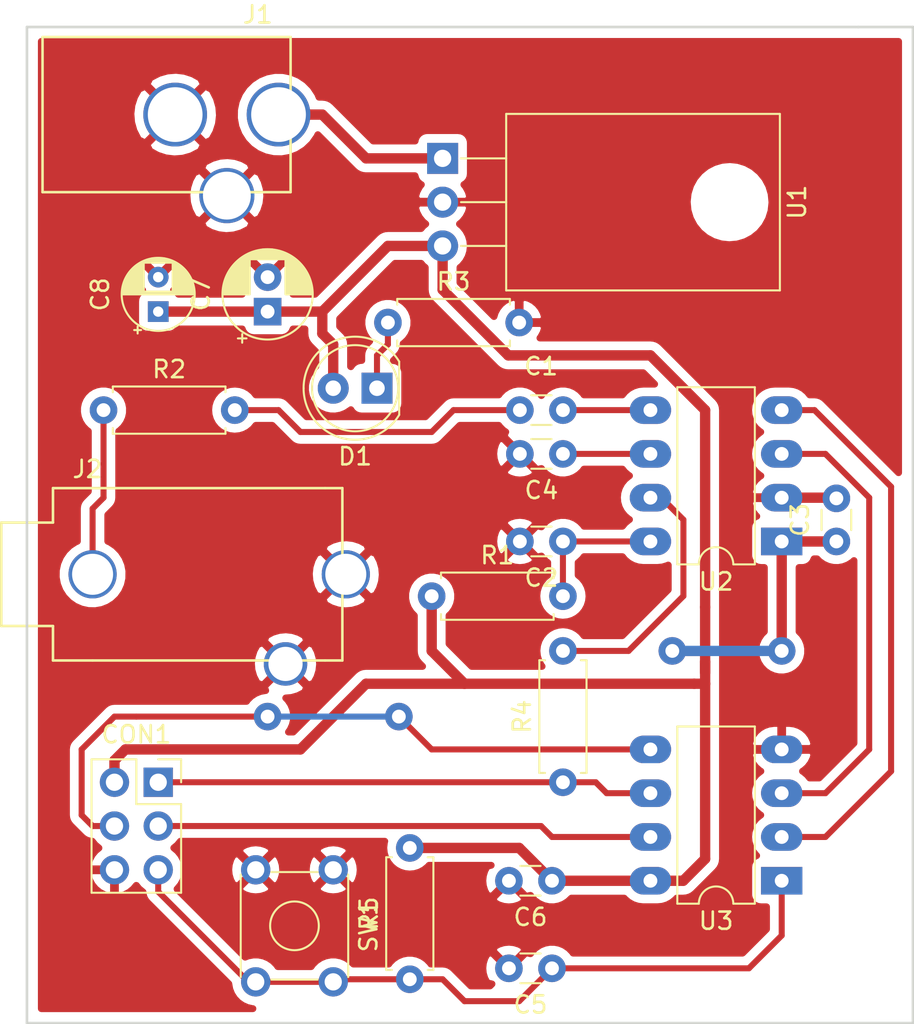
<source format=kicad_pcb>
(kicad_pcb (version 4) (host pcbnew 4.0.7)

  (general
    (links 47)
    (no_connects 2)
    (area 139.204999 61.805 192.480001 121.360001)
    (thickness 1.6)
    (drawings 5)
    (tracks 102)
    (zones 0)
    (modules 21)
    (nets 17)
  )

  (page A4)
  (layers
    (0 F.Cu signal)
    (31 B.Cu signal)
    (32 B.Adhes user)
    (33 F.Adhes user)
    (34 B.Paste user)
    (35 F.Paste user)
    (36 B.SilkS user)
    (37 F.SilkS user)
    (38 B.Mask user)
    (39 F.Mask user)
    (40 Dwgs.User user)
    (41 Cmts.User user)
    (42 Eco1.User user)
    (43 Eco2.User user)
    (44 Edge.Cuts user)
    (45 Margin user)
    (46 B.CrtYd user)
    (47 F.CrtYd user)
    (48 B.Fab user)
    (49 F.Fab user)
  )

  (setup
    (last_trace_width 0.35)
    (user_trace_width 0.25)
    (user_trace_width 0.35)
    (user_trace_width 0.6)
    (trace_clearance 0.2)
    (zone_clearance 0.508)
    (zone_45_only no)
    (trace_min 0.2)
    (segment_width 0.2)
    (edge_width 0.15)
    (via_size 0.6)
    (via_drill 0.4)
    (via_min_size 0.4)
    (via_min_drill 0.3)
    (user_via 1.6 0.8)
    (uvia_size 0.3)
    (uvia_drill 0.1)
    (uvias_allowed no)
    (uvia_min_size 0.2)
    (uvia_min_drill 0.1)
    (pcb_text_width 0.3)
    (pcb_text_size 1.5 1.5)
    (mod_edge_width 0.15)
    (mod_text_size 1 1)
    (mod_text_width 0.15)
    (pad_size 1.524 1.524)
    (pad_drill 0.762)
    (pad_to_mask_clearance 0.2)
    (aux_axis_origin 0 0)
    (visible_elements FFFFFF7F)
    (pcbplotparams
      (layerselection 0x00030_80000001)
      (usegerberextensions false)
      (excludeedgelayer true)
      (linewidth 0.100000)
      (plotframeref false)
      (viasonmask false)
      (mode 1)
      (useauxorigin false)
      (hpglpennumber 1)
      (hpglpenspeed 20)
      (hpglpendiameter 15)
      (hpglpenoverlay 2)
      (psnegative false)
      (psa4output false)
      (plotreference true)
      (plotvalue true)
      (plotinvisibletext false)
      (padsonsilk false)
      (subtractmaskfromsilk false)
      (outputformat 1)
      (mirror false)
      (drillshape 1)
      (scaleselection 1)
      (outputdirectory ""))
  )

  (net 0 "")
  (net 1 "Net-(C1-Pad1)")
  (net 2 "Net-(C1-Pad2)")
  (net 3 "Net-(C2-Pad1)")
  (net 4 GND)
  (net 5 +5V)
  (net 6 "Net-(C4-Pad1)")
  (net 7 /RST)
  (net 8 /MISO)
  (net 9 /SCK)
  (net 10 /MOSI)
  (net 11 "Net-(D1-Pad1)")
  (net 12 "Net-(J1-Pad1)")
  (net 13 /EQ_RST)
  (net 14 /EQ_OUT)
  (net 15 /STROBE)
  (net 16 "Net-(J2-Pad1)")

  (net_class Default "This is the default net class."
    (clearance 0.2)
    (trace_width 0.25)
    (via_dia 0.6)
    (via_drill 0.4)
    (uvia_dia 0.3)
    (uvia_drill 0.1)
    (add_net +5V)
    (add_net /EQ_OUT)
    (add_net /EQ_RST)
    (add_net /MISO)
    (add_net /MOSI)
    (add_net /RST)
    (add_net /SCK)
    (add_net /STROBE)
    (add_net GND)
    (add_net "Net-(C1-Pad1)")
    (add_net "Net-(C1-Pad2)")
    (add_net "Net-(C2-Pad1)")
    (add_net "Net-(C4-Pad1)")
    (add_net "Net-(D1-Pad1)")
    (add_net "Net-(J1-Pad1)")
    (add_net "Net-(J2-Pad1)")
  )

  (module Package_DIP:DIP-8_W7.62mm_LongPads (layer F.Cu) (tedit 5A02E8C5) (tstamp 5AB8393D)
    (at 184.785 113.03 180)
    (descr "8-lead though-hole mounted DIP package, row spacing 7.62 mm (300 mils), LongPads")
    (tags "THT DIP DIL PDIP 2.54mm 7.62mm 300mil LongPads")
    (path /5AB7DC39)
    (fp_text reference U3 (at 3.81 -2.33 180) (layer F.SilkS)
      (effects (font (size 1 1) (thickness 0.15)))
    )
    (fp_text value ATTINY85-20PU (at 3.81 9.95 180) (layer F.Fab)
      (effects (font (size 1 1) (thickness 0.15)))
    )
    (fp_arc (start 3.81 -1.33) (end 2.81 -1.33) (angle -180) (layer F.SilkS) (width 0.12))
    (fp_line (start 1.635 -1.27) (end 6.985 -1.27) (layer F.Fab) (width 0.1))
    (fp_line (start 6.985 -1.27) (end 6.985 8.89) (layer F.Fab) (width 0.1))
    (fp_line (start 6.985 8.89) (end 0.635 8.89) (layer F.Fab) (width 0.1))
    (fp_line (start 0.635 8.89) (end 0.635 -0.27) (layer F.Fab) (width 0.1))
    (fp_line (start 0.635 -0.27) (end 1.635 -1.27) (layer F.Fab) (width 0.1))
    (fp_line (start 2.81 -1.33) (end 1.56 -1.33) (layer F.SilkS) (width 0.12))
    (fp_line (start 1.56 -1.33) (end 1.56 8.95) (layer F.SilkS) (width 0.12))
    (fp_line (start 1.56 8.95) (end 6.06 8.95) (layer F.SilkS) (width 0.12))
    (fp_line (start 6.06 8.95) (end 6.06 -1.33) (layer F.SilkS) (width 0.12))
    (fp_line (start 6.06 -1.33) (end 4.81 -1.33) (layer F.SilkS) (width 0.12))
    (fp_line (start -1.45 -1.55) (end -1.45 9.15) (layer F.CrtYd) (width 0.05))
    (fp_line (start -1.45 9.15) (end 9.1 9.15) (layer F.CrtYd) (width 0.05))
    (fp_line (start 9.1 9.15) (end 9.1 -1.55) (layer F.CrtYd) (width 0.05))
    (fp_line (start 9.1 -1.55) (end -1.45 -1.55) (layer F.CrtYd) (width 0.05))
    (fp_text user %R (at 3.81 3.81 180) (layer F.Fab)
      (effects (font (size 1 1) (thickness 0.15)))
    )
    (pad 1 thru_hole rect (at 0 0 180) (size 2.4 1.6) (drill 0.8) (layers *.Cu *.Mask)
      (net 7 /RST))
    (pad 5 thru_hole oval (at 7.62 7.62 180) (size 2.4 1.6) (drill 0.8) (layers *.Cu *.Mask)
      (net 10 /MOSI))
    (pad 2 thru_hole oval (at 0 2.54 180) (size 2.4 1.6) (drill 0.8) (layers *.Cu *.Mask)
      (net 15 /STROBE))
    (pad 6 thru_hole oval (at 7.62 5.08 180) (size 2.4 1.6) (drill 0.8) (layers *.Cu *.Mask)
      (net 8 /MISO))
    (pad 3 thru_hole oval (at 0 5.08 180) (size 2.4 1.6) (drill 0.8) (layers *.Cu *.Mask)
      (net 14 /EQ_OUT))
    (pad 7 thru_hole oval (at 7.62 2.54 180) (size 2.4 1.6) (drill 0.8) (layers *.Cu *.Mask)
      (net 9 /SCK))
    (pad 4 thru_hole oval (at 0 7.62 180) (size 2.4 1.6) (drill 0.8) (layers *.Cu *.Mask)
      (net 4 GND))
    (pad 8 thru_hole oval (at 7.62 0 180) (size 2.4 1.6) (drill 0.8) (layers *.Cu *.Mask)
      (net 5 +5V))
    (model ${KISYS3DMOD}/Package_DIP.3dshapes/DIP-8_W7.62mm.wrl
      (at (xyz 0 0 0))
      (scale (xyz 1 1 1))
      (rotate (xyz 0 0 0))
    )
  )

  (module Connector_PinSocket_2.54mm:PinSocket_2x03_P2.54mm_Vertical (layer F.Cu) (tedit 5A19A425) (tstamp 5AB838E0)
    (at 148.59 107.315)
    (descr "Through hole straight socket strip, 2x03, 2.54mm pitch, double cols (from Kicad 4.0.7), script generated")
    (tags "Through hole socket strip THT 2x03 2.54mm double row")
    (path /5AB846E0)
    (fp_text reference CON1 (at -1.27 -2.77) (layer F.SilkS)
      (effects (font (size 1 1) (thickness 0.15)))
    )
    (fp_text value AVR-ISP-6 (at -1.27 7.85) (layer F.Fab)
      (effects (font (size 1 1) (thickness 0.15)))
    )
    (fp_line (start -3.81 -1.27) (end 0.27 -1.27) (layer F.Fab) (width 0.1))
    (fp_line (start 0.27 -1.27) (end 1.27 -0.27) (layer F.Fab) (width 0.1))
    (fp_line (start 1.27 -0.27) (end 1.27 6.35) (layer F.Fab) (width 0.1))
    (fp_line (start 1.27 6.35) (end -3.81 6.35) (layer F.Fab) (width 0.1))
    (fp_line (start -3.81 6.35) (end -3.81 -1.27) (layer F.Fab) (width 0.1))
    (fp_line (start -3.87 -1.33) (end -1.27 -1.33) (layer F.SilkS) (width 0.12))
    (fp_line (start -3.87 -1.33) (end -3.87 6.41) (layer F.SilkS) (width 0.12))
    (fp_line (start -3.87 6.41) (end 1.33 6.41) (layer F.SilkS) (width 0.12))
    (fp_line (start 1.33 1.27) (end 1.33 6.41) (layer F.SilkS) (width 0.12))
    (fp_line (start -1.27 1.27) (end 1.33 1.27) (layer F.SilkS) (width 0.12))
    (fp_line (start -1.27 -1.33) (end -1.27 1.27) (layer F.SilkS) (width 0.12))
    (fp_line (start 1.33 -1.33) (end 1.33 0) (layer F.SilkS) (width 0.12))
    (fp_line (start 0 -1.33) (end 1.33 -1.33) (layer F.SilkS) (width 0.12))
    (fp_line (start -4.34 -1.8) (end 1.76 -1.8) (layer F.CrtYd) (width 0.05))
    (fp_line (start 1.76 -1.8) (end 1.76 6.85) (layer F.CrtYd) (width 0.05))
    (fp_line (start 1.76 6.85) (end -4.34 6.85) (layer F.CrtYd) (width 0.05))
    (fp_line (start -4.34 6.85) (end -4.34 -1.8) (layer F.CrtYd) (width 0.05))
    (fp_text user %R (at -1.27 2.54 90) (layer F.Fab)
      (effects (font (size 1 1) (thickness 0.15)))
    )
    (pad 1 thru_hole rect (at 0 0) (size 1.7 1.7) (drill 1) (layers *.Cu *.Mask)
      (net 8 /MISO))
    (pad 2 thru_hole oval (at -2.54 0) (size 1.7 1.7) (drill 1) (layers *.Cu *.Mask)
      (net 5 +5V))
    (pad 3 thru_hole oval (at 0 2.54) (size 1.7 1.7) (drill 1) (layers *.Cu *.Mask)
      (net 9 /SCK))
    (pad 4 thru_hole oval (at -2.54 2.54) (size 1.7 1.7) (drill 1) (layers *.Cu *.Mask)
      (net 10 /MOSI))
    (pad 5 thru_hole oval (at 0 5.08) (size 1.7 1.7) (drill 1) (layers *.Cu *.Mask)
      (net 7 /RST))
    (pad 6 thru_hole oval (at -2.54 5.08) (size 1.7 1.7) (drill 1) (layers *.Cu *.Mask)
      (net 4 GND))
    (model ${KISYS3DMOD}/Connector_PinSocket_2.54mm.3dshapes/PinSocket_2x03_P2.54mm_Vertical.wrl
      (at (xyz 0 0 0))
      (scale (xyz 1 1 1))
      (rotate (xyz 0 0 0))
    )
  )

  (module Capacitor_THT:C_Disc_D3.0mm_W1.6mm_P2.50mm (layer F.Cu) (tedit 5AB86B6F) (tstamp 5AB838AC)
    (at 172.085 85.725 180)
    (descr "C, Disc series, Radial, pin pitch=2.50mm, diameter*width=3.0*1.6mm^2, Capacitor, http://www.vishay.com/docs/45233/krseries.pdf")
    (tags "C Disc series Radial pin pitch 2.50mm  diameter 3.0mm width 1.6mm Capacitor")
    (path /5AB82C4B)
    (fp_text reference C1 (at 1.27 2.54 180) (layer F.SilkS)
      (effects (font (size 1 1) (thickness 0.15)))
    )
    (fp_text value 0.01u (at 2.54 1.905 180) (layer F.Fab)
      (effects (font (size 1 1) (thickness 0.15)))
    )
    (fp_line (start -0.25 -0.8) (end -0.25 0.8) (layer F.Fab) (width 0.1))
    (fp_line (start -0.25 0.8) (end 2.75 0.8) (layer F.Fab) (width 0.1))
    (fp_line (start 2.75 0.8) (end 2.75 -0.8) (layer F.Fab) (width 0.1))
    (fp_line (start 2.75 -0.8) (end -0.25 -0.8) (layer F.Fab) (width 0.1))
    (fp_line (start 0.663 -0.861) (end 1.837 -0.861) (layer F.SilkS) (width 0.12))
    (fp_line (start 0.663 0.861) (end 1.837 0.861) (layer F.SilkS) (width 0.12))
    (fp_line (start -1.05 -1.15) (end -1.05 1.15) (layer F.CrtYd) (width 0.05))
    (fp_line (start -1.05 1.15) (end 3.55 1.15) (layer F.CrtYd) (width 0.05))
    (fp_line (start 3.55 1.15) (end 3.55 -1.15) (layer F.CrtYd) (width 0.05))
    (fp_line (start 3.55 -1.15) (end -1.05 -1.15) (layer F.CrtYd) (width 0.05))
    (fp_text user %R (at 1.25 0 180) (layer F.Fab)
      (effects (font (size 1 1) (thickness 0.15)))
    )
    (pad 1 thru_hole circle (at 0 0 180) (size 1.6 1.6) (drill 0.8) (layers *.Cu *.Mask)
      (net 1 "Net-(C1-Pad1)"))
    (pad 2 thru_hole circle (at 2.5 0 180) (size 1.6 1.6) (drill 0.8) (layers *.Cu *.Mask)
      (net 2 "Net-(C1-Pad2)"))
    (model ${KISYS3DMOD}/Capacitor_THT.3dshapes/C_Disc_D3.0mm_W1.6mm_P2.50mm.wrl
      (at (xyz 0 0 0))
      (scale (xyz 1 1 1))
      (rotate (xyz 0 0 0))
    )
  )

  (module Capacitor_THT:C_Disc_D3.0mm_W1.6mm_P2.50mm (layer F.Cu) (tedit 5AB839F2) (tstamp 5AB838B2)
    (at 172.085 93.345 180)
    (descr "C, Disc series, Radial, pin pitch=2.50mm, diameter*width=3.0*1.6mm^2, Capacitor, http://www.vishay.com/docs/45233/krseries.pdf")
    (tags "C Disc series Radial pin pitch 2.50mm  diameter 3.0mm width 1.6mm Capacitor")
    (path /5AB82243)
    (fp_text reference C2 (at 1.25 -2.11 180) (layer F.SilkS)
      (effects (font (size 1 1) (thickness 0.15)))
    )
    (fp_text value 33p (at 5.08 0 180) (layer F.Fab)
      (effects (font (size 1 1) (thickness 0.15)))
    )
    (fp_line (start -0.25 -0.8) (end -0.25 0.8) (layer F.Fab) (width 0.1))
    (fp_line (start -0.25 0.8) (end 2.75 0.8) (layer F.Fab) (width 0.1))
    (fp_line (start 2.75 0.8) (end 2.75 -0.8) (layer F.Fab) (width 0.1))
    (fp_line (start 2.75 -0.8) (end -0.25 -0.8) (layer F.Fab) (width 0.1))
    (fp_line (start 0.663 -0.861) (end 1.837 -0.861) (layer F.SilkS) (width 0.12))
    (fp_line (start 0.663 0.861) (end 1.837 0.861) (layer F.SilkS) (width 0.12))
    (fp_line (start -1.05 -1.15) (end -1.05 1.15) (layer F.CrtYd) (width 0.05))
    (fp_line (start -1.05 1.15) (end 3.55 1.15) (layer F.CrtYd) (width 0.05))
    (fp_line (start 3.55 1.15) (end 3.55 -1.15) (layer F.CrtYd) (width 0.05))
    (fp_line (start 3.55 -1.15) (end -1.05 -1.15) (layer F.CrtYd) (width 0.05))
    (fp_text user %R (at 1.25 0 180) (layer F.Fab)
      (effects (font (size 1 1) (thickness 0.15)))
    )
    (pad 1 thru_hole circle (at 0 0 180) (size 1.6 1.6) (drill 0.8) (layers *.Cu *.Mask)
      (net 3 "Net-(C2-Pad1)"))
    (pad 2 thru_hole circle (at 2.5 0 180) (size 1.6 1.6) (drill 0.8) (layers *.Cu *.Mask)
      (net 4 GND))
    (model ${KISYS3DMOD}/Capacitor_THT.3dshapes/C_Disc_D3.0mm_W1.6mm_P2.50mm.wrl
      (at (xyz 0 0 0))
      (scale (xyz 1 1 1))
      (rotate (xyz 0 0 0))
    )
  )

  (module Capacitor_THT:C_Disc_D3.0mm_W1.6mm_P2.50mm (layer F.Cu) (tedit 5A142A3B) (tstamp 5AB838B8)
    (at 187.96 93.345 90)
    (descr "C, Disc series, Radial, pin pitch=2.50mm, diameter*width=3.0*1.6mm^2, Capacitor, http://www.vishay.com/docs/45233/krseries.pdf")
    (tags "C Disc series Radial pin pitch 2.50mm  diameter 3.0mm width 1.6mm Capacitor")
    (path /5AB82B7A)
    (fp_text reference C3 (at 1.25 -2.11 90) (layer F.SilkS)
      (effects (font (size 1 1) (thickness 0.15)))
    )
    (fp_text value 0.1u (at 1.25 2.11 90) (layer F.Fab)
      (effects (font (size 1 1) (thickness 0.15)))
    )
    (fp_line (start -0.25 -0.8) (end -0.25 0.8) (layer F.Fab) (width 0.1))
    (fp_line (start -0.25 0.8) (end 2.75 0.8) (layer F.Fab) (width 0.1))
    (fp_line (start 2.75 0.8) (end 2.75 -0.8) (layer F.Fab) (width 0.1))
    (fp_line (start 2.75 -0.8) (end -0.25 -0.8) (layer F.Fab) (width 0.1))
    (fp_line (start 0.663 -0.861) (end 1.837 -0.861) (layer F.SilkS) (width 0.12))
    (fp_line (start 0.663 0.861) (end 1.837 0.861) (layer F.SilkS) (width 0.12))
    (fp_line (start -1.05 -1.15) (end -1.05 1.15) (layer F.CrtYd) (width 0.05))
    (fp_line (start -1.05 1.15) (end 3.55 1.15) (layer F.CrtYd) (width 0.05))
    (fp_line (start 3.55 1.15) (end 3.55 -1.15) (layer F.CrtYd) (width 0.05))
    (fp_line (start 3.55 -1.15) (end -1.05 -1.15) (layer F.CrtYd) (width 0.05))
    (fp_text user %R (at 1.25 0 90) (layer F.Fab)
      (effects (font (size 1 1) (thickness 0.15)))
    )
    (pad 1 thru_hole circle (at 0 0 90) (size 1.6 1.6) (drill 0.8) (layers *.Cu *.Mask)
      (net 5 +5V))
    (pad 2 thru_hole circle (at 2.5 0 90) (size 1.6 1.6) (drill 0.8) (layers *.Cu *.Mask)
      (net 4 GND))
    (model ${KISYS3DMOD}/Capacitor_THT.3dshapes/C_Disc_D3.0mm_W1.6mm_P2.50mm.wrl
      (at (xyz 0 0 0))
      (scale (xyz 1 1 1))
      (rotate (xyz 0 0 0))
    )
  )

  (module Capacitor_THT:C_Disc_D3.0mm_W1.6mm_P2.50mm (layer F.Cu) (tedit 5AB86B71) (tstamp 5AB838BE)
    (at 172.085 88.265 180)
    (descr "C, Disc series, Radial, pin pitch=2.50mm, diameter*width=3.0*1.6mm^2, Capacitor, http://www.vishay.com/docs/45233/krseries.pdf")
    (tags "C Disc series Radial pin pitch 2.50mm  diameter 3.0mm width 1.6mm Capacitor")
    (path /5AB83481)
    (fp_text reference C4 (at 1.25 -2.11 180) (layer F.SilkS)
      (effects (font (size 1 1) (thickness 0.15)))
    )
    (fp_text value 0.1u (at 5.08 -0.635 180) (layer F.Fab)
      (effects (font (size 1 1) (thickness 0.15)))
    )
    (fp_line (start -0.25 -0.8) (end -0.25 0.8) (layer F.Fab) (width 0.1))
    (fp_line (start -0.25 0.8) (end 2.75 0.8) (layer F.Fab) (width 0.1))
    (fp_line (start 2.75 0.8) (end 2.75 -0.8) (layer F.Fab) (width 0.1))
    (fp_line (start 2.75 -0.8) (end -0.25 -0.8) (layer F.Fab) (width 0.1))
    (fp_line (start 0.663 -0.861) (end 1.837 -0.861) (layer F.SilkS) (width 0.12))
    (fp_line (start 0.663 0.861) (end 1.837 0.861) (layer F.SilkS) (width 0.12))
    (fp_line (start -1.05 -1.15) (end -1.05 1.15) (layer F.CrtYd) (width 0.05))
    (fp_line (start -1.05 1.15) (end 3.55 1.15) (layer F.CrtYd) (width 0.05))
    (fp_line (start 3.55 1.15) (end 3.55 -1.15) (layer F.CrtYd) (width 0.05))
    (fp_line (start 3.55 -1.15) (end -1.05 -1.15) (layer F.CrtYd) (width 0.05))
    (fp_text user %R (at 1.25 0 180) (layer F.Fab)
      (effects (font (size 1 1) (thickness 0.15)))
    )
    (pad 1 thru_hole circle (at 0 0 180) (size 1.6 1.6) (drill 0.8) (layers *.Cu *.Mask)
      (net 6 "Net-(C4-Pad1)"))
    (pad 2 thru_hole circle (at 2.5 0 180) (size 1.6 1.6) (drill 0.8) (layers *.Cu *.Mask)
      (net 4 GND))
    (model ${KISYS3DMOD}/Capacitor_THT.3dshapes/C_Disc_D3.0mm_W1.6mm_P2.50mm.wrl
      (at (xyz 0 0 0))
      (scale (xyz 1 1 1))
      (rotate (xyz 0 0 0))
    )
  )

  (module Capacitor_THT:C_Disc_D3.0mm_W1.6mm_P2.50mm (layer F.Cu) (tedit 5A142A3B) (tstamp 5AB838C4)
    (at 171.45 118.11 180)
    (descr "C, Disc series, Radial, pin pitch=2.50mm, diameter*width=3.0*1.6mm^2, Capacitor, http://www.vishay.com/docs/45233/krseries.pdf")
    (tags "C Disc series Radial pin pitch 2.50mm  diameter 3.0mm width 1.6mm Capacitor")
    (path /5AB88DE6)
    (fp_text reference C5 (at 1.25 -2.11 180) (layer F.SilkS)
      (effects (font (size 1 1) (thickness 0.15)))
    )
    (fp_text value 0.1u (at 1.25 2.11 180) (layer F.Fab)
      (effects (font (size 1 1) (thickness 0.15)))
    )
    (fp_line (start -0.25 -0.8) (end -0.25 0.8) (layer F.Fab) (width 0.1))
    (fp_line (start -0.25 0.8) (end 2.75 0.8) (layer F.Fab) (width 0.1))
    (fp_line (start 2.75 0.8) (end 2.75 -0.8) (layer F.Fab) (width 0.1))
    (fp_line (start 2.75 -0.8) (end -0.25 -0.8) (layer F.Fab) (width 0.1))
    (fp_line (start 0.663 -0.861) (end 1.837 -0.861) (layer F.SilkS) (width 0.12))
    (fp_line (start 0.663 0.861) (end 1.837 0.861) (layer F.SilkS) (width 0.12))
    (fp_line (start -1.05 -1.15) (end -1.05 1.15) (layer F.CrtYd) (width 0.05))
    (fp_line (start -1.05 1.15) (end 3.55 1.15) (layer F.CrtYd) (width 0.05))
    (fp_line (start 3.55 1.15) (end 3.55 -1.15) (layer F.CrtYd) (width 0.05))
    (fp_line (start 3.55 -1.15) (end -1.05 -1.15) (layer F.CrtYd) (width 0.05))
    (fp_text user %R (at 1.25 0 180) (layer F.Fab)
      (effects (font (size 1 1) (thickness 0.15)))
    )
    (pad 1 thru_hole circle (at 0 0 180) (size 1.6 1.6) (drill 0.8) (layers *.Cu *.Mask)
      (net 7 /RST))
    (pad 2 thru_hole circle (at 2.5 0 180) (size 1.6 1.6) (drill 0.8) (layers *.Cu *.Mask)
      (net 4 GND))
    (model ${KISYS3DMOD}/Capacitor_THT.3dshapes/C_Disc_D3.0mm_W1.6mm_P2.50mm.wrl
      (at (xyz 0 0 0))
      (scale (xyz 1 1 1))
      (rotate (xyz 0 0 0))
    )
  )

  (module Capacitor_THT:C_Disc_D3.0mm_W1.6mm_P2.50mm (layer F.Cu) (tedit 5A142A3B) (tstamp 5AB838CA)
    (at 171.45 113.03 180)
    (descr "C, Disc series, Radial, pin pitch=2.50mm, diameter*width=3.0*1.6mm^2, Capacitor, http://www.vishay.com/docs/45233/krseries.pdf")
    (tags "C Disc series Radial pin pitch 2.50mm  diameter 3.0mm width 1.6mm Capacitor")
    (path /5AB82DDD)
    (fp_text reference C6 (at 1.25 -2.11 180) (layer F.SilkS)
      (effects (font (size 1 1) (thickness 0.15)))
    )
    (fp_text value 0.1 (at 1.25 2.11 180) (layer F.Fab)
      (effects (font (size 1 1) (thickness 0.15)))
    )
    (fp_line (start -0.25 -0.8) (end -0.25 0.8) (layer F.Fab) (width 0.1))
    (fp_line (start -0.25 0.8) (end 2.75 0.8) (layer F.Fab) (width 0.1))
    (fp_line (start 2.75 0.8) (end 2.75 -0.8) (layer F.Fab) (width 0.1))
    (fp_line (start 2.75 -0.8) (end -0.25 -0.8) (layer F.Fab) (width 0.1))
    (fp_line (start 0.663 -0.861) (end 1.837 -0.861) (layer F.SilkS) (width 0.12))
    (fp_line (start 0.663 0.861) (end 1.837 0.861) (layer F.SilkS) (width 0.12))
    (fp_line (start -1.05 -1.15) (end -1.05 1.15) (layer F.CrtYd) (width 0.05))
    (fp_line (start -1.05 1.15) (end 3.55 1.15) (layer F.CrtYd) (width 0.05))
    (fp_line (start 3.55 1.15) (end 3.55 -1.15) (layer F.CrtYd) (width 0.05))
    (fp_line (start 3.55 -1.15) (end -1.05 -1.15) (layer F.CrtYd) (width 0.05))
    (fp_text user %R (at 1.25 0 180) (layer F.Fab)
      (effects (font (size 1 1) (thickness 0.15)))
    )
    (pad 1 thru_hole circle (at 0 0 180) (size 1.6 1.6) (drill 0.8) (layers *.Cu *.Mask)
      (net 5 +5V))
    (pad 2 thru_hole circle (at 2.5 0 180) (size 1.6 1.6) (drill 0.8) (layers *.Cu *.Mask)
      (net 4 GND))
    (model ${KISYS3DMOD}/Capacitor_THT.3dshapes/C_Disc_D3.0mm_W1.6mm_P2.50mm.wrl
      (at (xyz 0 0 0))
      (scale (xyz 1 1 1))
      (rotate (xyz 0 0 0))
    )
  )

  (module Capacitor_THT:CP_Radial_D5.0mm_P2.00mm (layer F.Cu) (tedit 5A533290) (tstamp 5AB838D0)
    (at 154.94 80.01 90)
    (descr "CP, Radial series, Radial, pin pitch=2.00mm, , diameter=5mm, Electrolytic Capacitor")
    (tags "CP Radial series Radial pin pitch 2.00mm  diameter 5mm Electrolytic Capacitor")
    (path /5AB8C336)
    (fp_text reference C7 (at 1 -3.87 90) (layer F.SilkS)
      (effects (font (size 1 1) (thickness 0.15)))
    )
    (fp_text value 100u (at 1 3.87 90) (layer F.Fab)
      (effects (font (size 1 1) (thickness 0.15)))
    )
    (fp_circle (center 1 0) (end 3.5 0) (layer F.Fab) (width 0.1))
    (fp_circle (center 1 0) (end 3.62 0) (layer F.SilkS) (width 0.12))
    (fp_circle (center 1 0) (end 3.75 0) (layer F.CrtYd) (width 0.05))
    (fp_line (start -1.133605 -1.0875) (end -0.633605 -1.0875) (layer F.Fab) (width 0.1))
    (fp_line (start -0.883605 -1.3375) (end -0.883605 -0.8375) (layer F.Fab) (width 0.1))
    (fp_line (start 1 1.04) (end 1 2.58) (layer F.SilkS) (width 0.12))
    (fp_line (start 1 -2.58) (end 1 -1.04) (layer F.SilkS) (width 0.12))
    (fp_line (start 1.04 1.04) (end 1.04 2.58) (layer F.SilkS) (width 0.12))
    (fp_line (start 1.04 -2.58) (end 1.04 -1.04) (layer F.SilkS) (width 0.12))
    (fp_line (start 1.08 -2.579) (end 1.08 -1.04) (layer F.SilkS) (width 0.12))
    (fp_line (start 1.08 1.04) (end 1.08 2.579) (layer F.SilkS) (width 0.12))
    (fp_line (start 1.12 -2.578) (end 1.12 -1.04) (layer F.SilkS) (width 0.12))
    (fp_line (start 1.12 1.04) (end 1.12 2.578) (layer F.SilkS) (width 0.12))
    (fp_line (start 1.16 -2.576) (end 1.16 -1.04) (layer F.SilkS) (width 0.12))
    (fp_line (start 1.16 1.04) (end 1.16 2.576) (layer F.SilkS) (width 0.12))
    (fp_line (start 1.2 -2.573) (end 1.2 -1.04) (layer F.SilkS) (width 0.12))
    (fp_line (start 1.2 1.04) (end 1.2 2.573) (layer F.SilkS) (width 0.12))
    (fp_line (start 1.24 -2.569) (end 1.24 -1.04) (layer F.SilkS) (width 0.12))
    (fp_line (start 1.24 1.04) (end 1.24 2.569) (layer F.SilkS) (width 0.12))
    (fp_line (start 1.28 -2.565) (end 1.28 -1.04) (layer F.SilkS) (width 0.12))
    (fp_line (start 1.28 1.04) (end 1.28 2.565) (layer F.SilkS) (width 0.12))
    (fp_line (start 1.32 -2.561) (end 1.32 -1.04) (layer F.SilkS) (width 0.12))
    (fp_line (start 1.32 1.04) (end 1.32 2.561) (layer F.SilkS) (width 0.12))
    (fp_line (start 1.36 -2.556) (end 1.36 -1.04) (layer F.SilkS) (width 0.12))
    (fp_line (start 1.36 1.04) (end 1.36 2.556) (layer F.SilkS) (width 0.12))
    (fp_line (start 1.4 -2.55) (end 1.4 -1.04) (layer F.SilkS) (width 0.12))
    (fp_line (start 1.4 1.04) (end 1.4 2.55) (layer F.SilkS) (width 0.12))
    (fp_line (start 1.44 -2.543) (end 1.44 -1.04) (layer F.SilkS) (width 0.12))
    (fp_line (start 1.44 1.04) (end 1.44 2.543) (layer F.SilkS) (width 0.12))
    (fp_line (start 1.48 -2.536) (end 1.48 -1.04) (layer F.SilkS) (width 0.12))
    (fp_line (start 1.48 1.04) (end 1.48 2.536) (layer F.SilkS) (width 0.12))
    (fp_line (start 1.52 -2.528) (end 1.52 -1.04) (layer F.SilkS) (width 0.12))
    (fp_line (start 1.52 1.04) (end 1.52 2.528) (layer F.SilkS) (width 0.12))
    (fp_line (start 1.56 -2.52) (end 1.56 -1.04) (layer F.SilkS) (width 0.12))
    (fp_line (start 1.56 1.04) (end 1.56 2.52) (layer F.SilkS) (width 0.12))
    (fp_line (start 1.6 -2.511) (end 1.6 -1.04) (layer F.SilkS) (width 0.12))
    (fp_line (start 1.6 1.04) (end 1.6 2.511) (layer F.SilkS) (width 0.12))
    (fp_line (start 1.64 -2.501) (end 1.64 -1.04) (layer F.SilkS) (width 0.12))
    (fp_line (start 1.64 1.04) (end 1.64 2.501) (layer F.SilkS) (width 0.12))
    (fp_line (start 1.68 -2.491) (end 1.68 -1.04) (layer F.SilkS) (width 0.12))
    (fp_line (start 1.68 1.04) (end 1.68 2.491) (layer F.SilkS) (width 0.12))
    (fp_line (start 1.721 -2.48) (end 1.721 -1.04) (layer F.SilkS) (width 0.12))
    (fp_line (start 1.721 1.04) (end 1.721 2.48) (layer F.SilkS) (width 0.12))
    (fp_line (start 1.761 -2.468) (end 1.761 -1.04) (layer F.SilkS) (width 0.12))
    (fp_line (start 1.761 1.04) (end 1.761 2.468) (layer F.SilkS) (width 0.12))
    (fp_line (start 1.801 -2.455) (end 1.801 -1.04) (layer F.SilkS) (width 0.12))
    (fp_line (start 1.801 1.04) (end 1.801 2.455) (layer F.SilkS) (width 0.12))
    (fp_line (start 1.841 -2.442) (end 1.841 -1.04) (layer F.SilkS) (width 0.12))
    (fp_line (start 1.841 1.04) (end 1.841 2.442) (layer F.SilkS) (width 0.12))
    (fp_line (start 1.881 -2.428) (end 1.881 -1.04) (layer F.SilkS) (width 0.12))
    (fp_line (start 1.881 1.04) (end 1.881 2.428) (layer F.SilkS) (width 0.12))
    (fp_line (start 1.921 -2.414) (end 1.921 -1.04) (layer F.SilkS) (width 0.12))
    (fp_line (start 1.921 1.04) (end 1.921 2.414) (layer F.SilkS) (width 0.12))
    (fp_line (start 1.961 -2.398) (end 1.961 -1.04) (layer F.SilkS) (width 0.12))
    (fp_line (start 1.961 1.04) (end 1.961 2.398) (layer F.SilkS) (width 0.12))
    (fp_line (start 2.001 -2.382) (end 2.001 -1.04) (layer F.SilkS) (width 0.12))
    (fp_line (start 2.001 1.04) (end 2.001 2.382) (layer F.SilkS) (width 0.12))
    (fp_line (start 2.041 -2.365) (end 2.041 -1.04) (layer F.SilkS) (width 0.12))
    (fp_line (start 2.041 1.04) (end 2.041 2.365) (layer F.SilkS) (width 0.12))
    (fp_line (start 2.081 -2.348) (end 2.081 -1.04) (layer F.SilkS) (width 0.12))
    (fp_line (start 2.081 1.04) (end 2.081 2.348) (layer F.SilkS) (width 0.12))
    (fp_line (start 2.121 -2.329) (end 2.121 -1.04) (layer F.SilkS) (width 0.12))
    (fp_line (start 2.121 1.04) (end 2.121 2.329) (layer F.SilkS) (width 0.12))
    (fp_line (start 2.161 -2.31) (end 2.161 -1.04) (layer F.SilkS) (width 0.12))
    (fp_line (start 2.161 1.04) (end 2.161 2.31) (layer F.SilkS) (width 0.12))
    (fp_line (start 2.201 -2.29) (end 2.201 -1.04) (layer F.SilkS) (width 0.12))
    (fp_line (start 2.201 1.04) (end 2.201 2.29) (layer F.SilkS) (width 0.12))
    (fp_line (start 2.241 -2.268) (end 2.241 -1.04) (layer F.SilkS) (width 0.12))
    (fp_line (start 2.241 1.04) (end 2.241 2.268) (layer F.SilkS) (width 0.12))
    (fp_line (start 2.281 -2.247) (end 2.281 -1.04) (layer F.SilkS) (width 0.12))
    (fp_line (start 2.281 1.04) (end 2.281 2.247) (layer F.SilkS) (width 0.12))
    (fp_line (start 2.321 -2.224) (end 2.321 -1.04) (layer F.SilkS) (width 0.12))
    (fp_line (start 2.321 1.04) (end 2.321 2.224) (layer F.SilkS) (width 0.12))
    (fp_line (start 2.361 -2.2) (end 2.361 -1.04) (layer F.SilkS) (width 0.12))
    (fp_line (start 2.361 1.04) (end 2.361 2.2) (layer F.SilkS) (width 0.12))
    (fp_line (start 2.401 -2.175) (end 2.401 -1.04) (layer F.SilkS) (width 0.12))
    (fp_line (start 2.401 1.04) (end 2.401 2.175) (layer F.SilkS) (width 0.12))
    (fp_line (start 2.441 -2.149) (end 2.441 -1.04) (layer F.SilkS) (width 0.12))
    (fp_line (start 2.441 1.04) (end 2.441 2.149) (layer F.SilkS) (width 0.12))
    (fp_line (start 2.481 -2.122) (end 2.481 -1.04) (layer F.SilkS) (width 0.12))
    (fp_line (start 2.481 1.04) (end 2.481 2.122) (layer F.SilkS) (width 0.12))
    (fp_line (start 2.521 -2.095) (end 2.521 -1.04) (layer F.SilkS) (width 0.12))
    (fp_line (start 2.521 1.04) (end 2.521 2.095) (layer F.SilkS) (width 0.12))
    (fp_line (start 2.561 -2.065) (end 2.561 -1.04) (layer F.SilkS) (width 0.12))
    (fp_line (start 2.561 1.04) (end 2.561 2.065) (layer F.SilkS) (width 0.12))
    (fp_line (start 2.601 -2.035) (end 2.601 -1.04) (layer F.SilkS) (width 0.12))
    (fp_line (start 2.601 1.04) (end 2.601 2.035) (layer F.SilkS) (width 0.12))
    (fp_line (start 2.641 -2.004) (end 2.641 -1.04) (layer F.SilkS) (width 0.12))
    (fp_line (start 2.641 1.04) (end 2.641 2.004) (layer F.SilkS) (width 0.12))
    (fp_line (start 2.681 -1.971) (end 2.681 -1.04) (layer F.SilkS) (width 0.12))
    (fp_line (start 2.681 1.04) (end 2.681 1.971) (layer F.SilkS) (width 0.12))
    (fp_line (start 2.721 -1.937) (end 2.721 -1.04) (layer F.SilkS) (width 0.12))
    (fp_line (start 2.721 1.04) (end 2.721 1.937) (layer F.SilkS) (width 0.12))
    (fp_line (start 2.761 -1.901) (end 2.761 -1.04) (layer F.SilkS) (width 0.12))
    (fp_line (start 2.761 1.04) (end 2.761 1.901) (layer F.SilkS) (width 0.12))
    (fp_line (start 2.801 -1.864) (end 2.801 -1.04) (layer F.SilkS) (width 0.12))
    (fp_line (start 2.801 1.04) (end 2.801 1.864) (layer F.SilkS) (width 0.12))
    (fp_line (start 2.841 -1.826) (end 2.841 -1.04) (layer F.SilkS) (width 0.12))
    (fp_line (start 2.841 1.04) (end 2.841 1.826) (layer F.SilkS) (width 0.12))
    (fp_line (start 2.881 -1.785) (end 2.881 -1.04) (layer F.SilkS) (width 0.12))
    (fp_line (start 2.881 1.04) (end 2.881 1.785) (layer F.SilkS) (width 0.12))
    (fp_line (start 2.921 -1.743) (end 2.921 -1.04) (layer F.SilkS) (width 0.12))
    (fp_line (start 2.921 1.04) (end 2.921 1.743) (layer F.SilkS) (width 0.12))
    (fp_line (start 2.961 -1.699) (end 2.961 -1.04) (layer F.SilkS) (width 0.12))
    (fp_line (start 2.961 1.04) (end 2.961 1.699) (layer F.SilkS) (width 0.12))
    (fp_line (start 3.001 -1.653) (end 3.001 -1.04) (layer F.SilkS) (width 0.12))
    (fp_line (start 3.001 1.04) (end 3.001 1.653) (layer F.SilkS) (width 0.12))
    (fp_line (start 3.041 -1.605) (end 3.041 1.605) (layer F.SilkS) (width 0.12))
    (fp_line (start 3.081 -1.554) (end 3.081 1.554) (layer F.SilkS) (width 0.12))
    (fp_line (start 3.121 -1.5) (end 3.121 1.5) (layer F.SilkS) (width 0.12))
    (fp_line (start 3.161 -1.443) (end 3.161 1.443) (layer F.SilkS) (width 0.12))
    (fp_line (start 3.201 -1.383) (end 3.201 1.383) (layer F.SilkS) (width 0.12))
    (fp_line (start 3.241 -1.319) (end 3.241 1.319) (layer F.SilkS) (width 0.12))
    (fp_line (start 3.281 -1.251) (end 3.281 1.251) (layer F.SilkS) (width 0.12))
    (fp_line (start 3.321 -1.178) (end 3.321 1.178) (layer F.SilkS) (width 0.12))
    (fp_line (start 3.361 -1.098) (end 3.361 1.098) (layer F.SilkS) (width 0.12))
    (fp_line (start 3.401 -1.011) (end 3.401 1.011) (layer F.SilkS) (width 0.12))
    (fp_line (start 3.441 -0.915) (end 3.441 0.915) (layer F.SilkS) (width 0.12))
    (fp_line (start 3.481 -0.805) (end 3.481 0.805) (layer F.SilkS) (width 0.12))
    (fp_line (start 3.521 -0.677) (end 3.521 0.677) (layer F.SilkS) (width 0.12))
    (fp_line (start 3.561 -0.518) (end 3.561 0.518) (layer F.SilkS) (width 0.12))
    (fp_line (start 3.601 -0.284) (end 3.601 0.284) (layer F.SilkS) (width 0.12))
    (fp_line (start -1.804775 -1.475) (end -1.304775 -1.475) (layer F.SilkS) (width 0.12))
    (fp_line (start -1.554775 -1.725) (end -1.554775 -1.225) (layer F.SilkS) (width 0.12))
    (fp_text user %R (at 1 0 90) (layer F.Fab)
      (effects (font (size 1 1) (thickness 0.15)))
    )
    (pad 1 thru_hole rect (at 0 0 90) (size 1.6 1.6) (drill 0.8) (layers *.Cu *.Mask)
      (net 5 +5V))
    (pad 2 thru_hole circle (at 2 0 90) (size 1.6 1.6) (drill 0.8) (layers *.Cu *.Mask)
      (net 4 GND))
    (model ${KISYS3DMOD}/Capacitor_THT.3dshapes/CP_Radial_D5.0mm_P2.00mm.wrl
      (at (xyz 0 0 0))
      (scale (xyz 1 1 1))
      (rotate (xyz 0 0 0))
    )
  )

  (module Capacitor_THT:CP_Radial_D4.0mm_P2.00mm (layer F.Cu) (tedit 5A533290) (tstamp 5AB838D6)
    (at 148.59 80.01 90)
    (descr "CP, Radial series, Radial, pin pitch=2.00mm, , diameter=4mm, Electrolytic Capacitor")
    (tags "CP Radial series Radial pin pitch 2.00mm  diameter 4mm Electrolytic Capacitor")
    (path /5AB8C38D)
    (fp_text reference C8 (at 1 -3.37 90) (layer F.SilkS)
      (effects (font (size 1 1) (thickness 0.15)))
    )
    (fp_text value 10u (at 1 3.37 90) (layer F.Fab)
      (effects (font (size 1 1) (thickness 0.15)))
    )
    (fp_circle (center 1 0) (end 3 0) (layer F.Fab) (width 0.1))
    (fp_circle (center 1 0) (end 3.12 0) (layer F.SilkS) (width 0.12))
    (fp_circle (center 1 0) (end 3.25 0) (layer F.CrtYd) (width 0.05))
    (fp_line (start -0.702554 -0.8675) (end -0.302554 -0.8675) (layer F.Fab) (width 0.1))
    (fp_line (start -0.502554 -1.0675) (end -0.502554 -0.6675) (layer F.Fab) (width 0.1))
    (fp_line (start 1 -2.08) (end 1 2.08) (layer F.SilkS) (width 0.12))
    (fp_line (start 1.04 -2.08) (end 1.04 2.08) (layer F.SilkS) (width 0.12))
    (fp_line (start 1.08 -2.079) (end 1.08 2.079) (layer F.SilkS) (width 0.12))
    (fp_line (start 1.12 -2.077) (end 1.12 2.077) (layer F.SilkS) (width 0.12))
    (fp_line (start 1.16 -2.074) (end 1.16 2.074) (layer F.SilkS) (width 0.12))
    (fp_line (start 1.2 -2.071) (end 1.2 -0.84) (layer F.SilkS) (width 0.12))
    (fp_line (start 1.2 0.84) (end 1.2 2.071) (layer F.SilkS) (width 0.12))
    (fp_line (start 1.24 -2.067) (end 1.24 -0.84) (layer F.SilkS) (width 0.12))
    (fp_line (start 1.24 0.84) (end 1.24 2.067) (layer F.SilkS) (width 0.12))
    (fp_line (start 1.28 -2.062) (end 1.28 -0.84) (layer F.SilkS) (width 0.12))
    (fp_line (start 1.28 0.84) (end 1.28 2.062) (layer F.SilkS) (width 0.12))
    (fp_line (start 1.32 -2.056) (end 1.32 -0.84) (layer F.SilkS) (width 0.12))
    (fp_line (start 1.32 0.84) (end 1.32 2.056) (layer F.SilkS) (width 0.12))
    (fp_line (start 1.36 -2.05) (end 1.36 -0.84) (layer F.SilkS) (width 0.12))
    (fp_line (start 1.36 0.84) (end 1.36 2.05) (layer F.SilkS) (width 0.12))
    (fp_line (start 1.4 -2.042) (end 1.4 -0.84) (layer F.SilkS) (width 0.12))
    (fp_line (start 1.4 0.84) (end 1.4 2.042) (layer F.SilkS) (width 0.12))
    (fp_line (start 1.44 -2.034) (end 1.44 -0.84) (layer F.SilkS) (width 0.12))
    (fp_line (start 1.44 0.84) (end 1.44 2.034) (layer F.SilkS) (width 0.12))
    (fp_line (start 1.48 -2.025) (end 1.48 -0.84) (layer F.SilkS) (width 0.12))
    (fp_line (start 1.48 0.84) (end 1.48 2.025) (layer F.SilkS) (width 0.12))
    (fp_line (start 1.52 -2.016) (end 1.52 -0.84) (layer F.SilkS) (width 0.12))
    (fp_line (start 1.52 0.84) (end 1.52 2.016) (layer F.SilkS) (width 0.12))
    (fp_line (start 1.56 -2.005) (end 1.56 -0.84) (layer F.SilkS) (width 0.12))
    (fp_line (start 1.56 0.84) (end 1.56 2.005) (layer F.SilkS) (width 0.12))
    (fp_line (start 1.6 -1.994) (end 1.6 -0.84) (layer F.SilkS) (width 0.12))
    (fp_line (start 1.6 0.84) (end 1.6 1.994) (layer F.SilkS) (width 0.12))
    (fp_line (start 1.64 -1.982) (end 1.64 -0.84) (layer F.SilkS) (width 0.12))
    (fp_line (start 1.64 0.84) (end 1.64 1.982) (layer F.SilkS) (width 0.12))
    (fp_line (start 1.68 -1.968) (end 1.68 -0.84) (layer F.SilkS) (width 0.12))
    (fp_line (start 1.68 0.84) (end 1.68 1.968) (layer F.SilkS) (width 0.12))
    (fp_line (start 1.721 -1.954) (end 1.721 -0.84) (layer F.SilkS) (width 0.12))
    (fp_line (start 1.721 0.84) (end 1.721 1.954) (layer F.SilkS) (width 0.12))
    (fp_line (start 1.761 -1.94) (end 1.761 -0.84) (layer F.SilkS) (width 0.12))
    (fp_line (start 1.761 0.84) (end 1.761 1.94) (layer F.SilkS) (width 0.12))
    (fp_line (start 1.801 -1.924) (end 1.801 -0.84) (layer F.SilkS) (width 0.12))
    (fp_line (start 1.801 0.84) (end 1.801 1.924) (layer F.SilkS) (width 0.12))
    (fp_line (start 1.841 -1.907) (end 1.841 -0.84) (layer F.SilkS) (width 0.12))
    (fp_line (start 1.841 0.84) (end 1.841 1.907) (layer F.SilkS) (width 0.12))
    (fp_line (start 1.881 -1.889) (end 1.881 -0.84) (layer F.SilkS) (width 0.12))
    (fp_line (start 1.881 0.84) (end 1.881 1.889) (layer F.SilkS) (width 0.12))
    (fp_line (start 1.921 -1.87) (end 1.921 -0.84) (layer F.SilkS) (width 0.12))
    (fp_line (start 1.921 0.84) (end 1.921 1.87) (layer F.SilkS) (width 0.12))
    (fp_line (start 1.961 -1.851) (end 1.961 -0.84) (layer F.SilkS) (width 0.12))
    (fp_line (start 1.961 0.84) (end 1.961 1.851) (layer F.SilkS) (width 0.12))
    (fp_line (start 2.001 -1.83) (end 2.001 -0.84) (layer F.SilkS) (width 0.12))
    (fp_line (start 2.001 0.84) (end 2.001 1.83) (layer F.SilkS) (width 0.12))
    (fp_line (start 2.041 -1.808) (end 2.041 -0.84) (layer F.SilkS) (width 0.12))
    (fp_line (start 2.041 0.84) (end 2.041 1.808) (layer F.SilkS) (width 0.12))
    (fp_line (start 2.081 -1.785) (end 2.081 -0.84) (layer F.SilkS) (width 0.12))
    (fp_line (start 2.081 0.84) (end 2.081 1.785) (layer F.SilkS) (width 0.12))
    (fp_line (start 2.121 -1.76) (end 2.121 -0.84) (layer F.SilkS) (width 0.12))
    (fp_line (start 2.121 0.84) (end 2.121 1.76) (layer F.SilkS) (width 0.12))
    (fp_line (start 2.161 -1.735) (end 2.161 -0.84) (layer F.SilkS) (width 0.12))
    (fp_line (start 2.161 0.84) (end 2.161 1.735) (layer F.SilkS) (width 0.12))
    (fp_line (start 2.201 -1.708) (end 2.201 -0.84) (layer F.SilkS) (width 0.12))
    (fp_line (start 2.201 0.84) (end 2.201 1.708) (layer F.SilkS) (width 0.12))
    (fp_line (start 2.241 -1.68) (end 2.241 -0.84) (layer F.SilkS) (width 0.12))
    (fp_line (start 2.241 0.84) (end 2.241 1.68) (layer F.SilkS) (width 0.12))
    (fp_line (start 2.281 -1.65) (end 2.281 -0.84) (layer F.SilkS) (width 0.12))
    (fp_line (start 2.281 0.84) (end 2.281 1.65) (layer F.SilkS) (width 0.12))
    (fp_line (start 2.321 -1.619) (end 2.321 -0.84) (layer F.SilkS) (width 0.12))
    (fp_line (start 2.321 0.84) (end 2.321 1.619) (layer F.SilkS) (width 0.12))
    (fp_line (start 2.361 -1.587) (end 2.361 -0.84) (layer F.SilkS) (width 0.12))
    (fp_line (start 2.361 0.84) (end 2.361 1.587) (layer F.SilkS) (width 0.12))
    (fp_line (start 2.401 -1.552) (end 2.401 -0.84) (layer F.SilkS) (width 0.12))
    (fp_line (start 2.401 0.84) (end 2.401 1.552) (layer F.SilkS) (width 0.12))
    (fp_line (start 2.441 -1.516) (end 2.441 -0.84) (layer F.SilkS) (width 0.12))
    (fp_line (start 2.441 0.84) (end 2.441 1.516) (layer F.SilkS) (width 0.12))
    (fp_line (start 2.481 -1.478) (end 2.481 -0.84) (layer F.SilkS) (width 0.12))
    (fp_line (start 2.481 0.84) (end 2.481 1.478) (layer F.SilkS) (width 0.12))
    (fp_line (start 2.521 -1.438) (end 2.521 -0.84) (layer F.SilkS) (width 0.12))
    (fp_line (start 2.521 0.84) (end 2.521 1.438) (layer F.SilkS) (width 0.12))
    (fp_line (start 2.561 -1.396) (end 2.561 -0.84) (layer F.SilkS) (width 0.12))
    (fp_line (start 2.561 0.84) (end 2.561 1.396) (layer F.SilkS) (width 0.12))
    (fp_line (start 2.601 -1.351) (end 2.601 -0.84) (layer F.SilkS) (width 0.12))
    (fp_line (start 2.601 0.84) (end 2.601 1.351) (layer F.SilkS) (width 0.12))
    (fp_line (start 2.641 -1.304) (end 2.641 -0.84) (layer F.SilkS) (width 0.12))
    (fp_line (start 2.641 0.84) (end 2.641 1.304) (layer F.SilkS) (width 0.12))
    (fp_line (start 2.681 -1.254) (end 2.681 -0.84) (layer F.SilkS) (width 0.12))
    (fp_line (start 2.681 0.84) (end 2.681 1.254) (layer F.SilkS) (width 0.12))
    (fp_line (start 2.721 -1.2) (end 2.721 -0.84) (layer F.SilkS) (width 0.12))
    (fp_line (start 2.721 0.84) (end 2.721 1.2) (layer F.SilkS) (width 0.12))
    (fp_line (start 2.761 -1.142) (end 2.761 -0.84) (layer F.SilkS) (width 0.12))
    (fp_line (start 2.761 0.84) (end 2.761 1.142) (layer F.SilkS) (width 0.12))
    (fp_line (start 2.801 -1.08) (end 2.801 -0.84) (layer F.SilkS) (width 0.12))
    (fp_line (start 2.801 0.84) (end 2.801 1.08) (layer F.SilkS) (width 0.12))
    (fp_line (start 2.841 -1.013) (end 2.841 1.013) (layer F.SilkS) (width 0.12))
    (fp_line (start 2.881 -0.94) (end 2.881 0.94) (layer F.SilkS) (width 0.12))
    (fp_line (start 2.921 -0.859) (end 2.921 0.859) (layer F.SilkS) (width 0.12))
    (fp_line (start 2.961 -0.768) (end 2.961 0.768) (layer F.SilkS) (width 0.12))
    (fp_line (start 3.001 -0.664) (end 3.001 0.664) (layer F.SilkS) (width 0.12))
    (fp_line (start 3.041 -0.537) (end 3.041 0.537) (layer F.SilkS) (width 0.12))
    (fp_line (start 3.081 -0.37) (end 3.081 0.37) (layer F.SilkS) (width 0.12))
    (fp_line (start -1.269801 -1.195) (end -0.869801 -1.195) (layer F.SilkS) (width 0.12))
    (fp_line (start -1.069801 -1.395) (end -1.069801 -0.995) (layer F.SilkS) (width 0.12))
    (fp_text user %R (at 1 0 90) (layer F.Fab)
      (effects (font (size 0.8 0.8) (thickness 0.12)))
    )
    (pad 1 thru_hole rect (at 0 0 90) (size 1.2 1.2) (drill 0.6) (layers *.Cu *.Mask)
      (net 5 +5V))
    (pad 2 thru_hole circle (at 2 0 90) (size 1.2 1.2) (drill 0.6) (layers *.Cu *.Mask)
      (net 4 GND))
    (model ${KISYS3DMOD}/Capacitor_THT.3dshapes/CP_Radial_D4.0mm_P2.00mm.wrl
      (at (xyz 0 0 0))
      (scale (xyz 1 1 1))
      (rotate (xyz 0 0 0))
    )
  )

  (module LED_THT:LED_D5.0mm (layer F.Cu) (tedit 5995936A) (tstamp 5AB838E6)
    (at 161.29 84.455 180)
    (descr "LED, diameter 5.0mm, 2 pins, http://cdn-reichelt.de/documents/datenblatt/A500/LL-504BC2E-009.pdf")
    (tags "LED diameter 5.0mm 2 pins")
    (path /5AB82024)
    (fp_text reference D1 (at 1.27 -3.96 180) (layer F.SilkS)
      (effects (font (size 1 1) (thickness 0.15)))
    )
    (fp_text value LED_Small (at 1.27 3.96 180) (layer F.Fab)
      (effects (font (size 1 1) (thickness 0.15)))
    )
    (fp_arc (start 1.27 0) (end -1.23 -1.469694) (angle 299.1) (layer F.Fab) (width 0.1))
    (fp_arc (start 1.27 0) (end -1.29 -1.54483) (angle 148.9) (layer F.SilkS) (width 0.12))
    (fp_arc (start 1.27 0) (end -1.29 1.54483) (angle -148.9) (layer F.SilkS) (width 0.12))
    (fp_circle (center 1.27 0) (end 3.77 0) (layer F.Fab) (width 0.1))
    (fp_circle (center 1.27 0) (end 3.77 0) (layer F.SilkS) (width 0.12))
    (fp_line (start -1.23 -1.469694) (end -1.23 1.469694) (layer F.Fab) (width 0.1))
    (fp_line (start -1.29 -1.545) (end -1.29 1.545) (layer F.SilkS) (width 0.12))
    (fp_line (start -1.95 -3.25) (end -1.95 3.25) (layer F.CrtYd) (width 0.05))
    (fp_line (start -1.95 3.25) (end 4.5 3.25) (layer F.CrtYd) (width 0.05))
    (fp_line (start 4.5 3.25) (end 4.5 -3.25) (layer F.CrtYd) (width 0.05))
    (fp_line (start 4.5 -3.25) (end -1.95 -3.25) (layer F.CrtYd) (width 0.05))
    (fp_text user %R (at 1.25 0 180) (layer F.Fab)
      (effects (font (size 0.8 0.8) (thickness 0.2)))
    )
    (pad 1 thru_hole rect (at 0 0 180) (size 1.8 1.8) (drill 0.9) (layers *.Cu *.Mask)
      (net 11 "Net-(D1-Pad1)"))
    (pad 2 thru_hole circle (at 2.54 0 180) (size 1.8 1.8) (drill 0.9) (layers *.Cu *.Mask)
      (net 5 +5V))
    (model ${KISYS3DMOD}/LED_THT.3dshapes/LED_D5.0mm.wrl
      (at (xyz 0 0 0))
      (scale (xyz 1 1 1))
      (rotate (xyz 0 0 0))
    )
  )

  (module Resistor_THT:R_Axial_DIN0207_L6.3mm_D2.5mm_P7.62mm_Horizontal (layer F.Cu) (tedit 5A24F4B6) (tstamp 5AB838FD)
    (at 164.465 96.52)
    (descr "Resistor, Axial_DIN0207 series, Axial, Horizontal, pin pitch=7.62mm, 0.25W = 1/4W, length*diameter=6.3*2.5mm^2, http://cdn-reichelt.de/documents/datenblatt/B400/1_4W%23YAG.pdf")
    (tags "Resistor Axial_DIN0207 series Axial Horizontal pin pitch 7.62mm 0.25W = 1/4W length 6.3mm diameter 2.5mm")
    (path /5AB8167C)
    (fp_text reference R1 (at 3.81 -2.37) (layer F.SilkS)
      (effects (font (size 1 1) (thickness 0.15)))
    )
    (fp_text value 200k (at 3.81 2.37) (layer F.Fab)
      (effects (font (size 1 1) (thickness 0.15)))
    )
    (fp_line (start 0.66 -1.25) (end 0.66 1.25) (layer F.Fab) (width 0.1))
    (fp_line (start 0.66 1.25) (end 6.96 1.25) (layer F.Fab) (width 0.1))
    (fp_line (start 6.96 1.25) (end 6.96 -1.25) (layer F.Fab) (width 0.1))
    (fp_line (start 6.96 -1.25) (end 0.66 -1.25) (layer F.Fab) (width 0.1))
    (fp_line (start 0 0) (end 0.66 0) (layer F.Fab) (width 0.1))
    (fp_line (start 7.62 0) (end 6.96 0) (layer F.Fab) (width 0.1))
    (fp_line (start 0.54 -1.04) (end 0.54 -1.37) (layer F.SilkS) (width 0.12))
    (fp_line (start 0.54 -1.37) (end 7.08 -1.37) (layer F.SilkS) (width 0.12))
    (fp_line (start 7.08 -1.37) (end 7.08 -1.04) (layer F.SilkS) (width 0.12))
    (fp_line (start 0.54 1.04) (end 0.54 1.37) (layer F.SilkS) (width 0.12))
    (fp_line (start 0.54 1.37) (end 7.08 1.37) (layer F.SilkS) (width 0.12))
    (fp_line (start 7.08 1.37) (end 7.08 1.04) (layer F.SilkS) (width 0.12))
    (fp_line (start -1.05 -1.65) (end -1.05 1.65) (layer F.CrtYd) (width 0.05))
    (fp_line (start -1.05 1.65) (end 8.7 1.65) (layer F.CrtYd) (width 0.05))
    (fp_line (start 8.7 1.65) (end 8.7 -1.65) (layer F.CrtYd) (width 0.05))
    (fp_line (start 8.7 -1.65) (end -1.05 -1.65) (layer F.CrtYd) (width 0.05))
    (fp_text user %R (at 3.81 0) (layer F.Fab)
      (effects (font (size 1 1) (thickness 0.15)))
    )
    (pad 1 thru_hole circle (at 0 0) (size 1.6 1.6) (drill 0.8) (layers *.Cu *.Mask)
      (net 5 +5V))
    (pad 2 thru_hole oval (at 7.62 0) (size 1.6 1.6) (drill 0.8) (layers *.Cu *.Mask)
      (net 3 "Net-(C2-Pad1)"))
    (model ${KISYS3DMOD}/Resistor_THT.3dshapes/R_Axial_DIN0207_L6.3mm_D2.5mm_P7.62mm_Horizontal.wrl
      (at (xyz 0 0 0))
      (scale (xyz 1 1 1))
      (rotate (xyz 0 0 0))
    )
  )

  (module Resistor_THT:R_Axial_DIN0207_L6.3mm_D2.5mm_P7.62mm_Horizontal (layer F.Cu) (tedit 5A24F4B6) (tstamp 5AB83903)
    (at 145.415 85.725)
    (descr "Resistor, Axial_DIN0207 series, Axial, Horizontal, pin pitch=7.62mm, 0.25W = 1/4W, length*diameter=6.3*2.5mm^2, http://cdn-reichelt.de/documents/datenblatt/B400/1_4W%23YAG.pdf")
    (tags "Resistor Axial_DIN0207 series Axial Horizontal pin pitch 7.62mm 0.25W = 1/4W length 6.3mm diameter 2.5mm")
    (path /5AB8153A)
    (fp_text reference R2 (at 3.81 -2.37) (layer F.SilkS)
      (effects (font (size 1 1) (thickness 0.15)))
    )
    (fp_text value 22k (at 3.81 2.37) (layer F.Fab)
      (effects (font (size 1 1) (thickness 0.15)))
    )
    (fp_line (start 0.66 -1.25) (end 0.66 1.25) (layer F.Fab) (width 0.1))
    (fp_line (start 0.66 1.25) (end 6.96 1.25) (layer F.Fab) (width 0.1))
    (fp_line (start 6.96 1.25) (end 6.96 -1.25) (layer F.Fab) (width 0.1))
    (fp_line (start 6.96 -1.25) (end 0.66 -1.25) (layer F.Fab) (width 0.1))
    (fp_line (start 0 0) (end 0.66 0) (layer F.Fab) (width 0.1))
    (fp_line (start 7.62 0) (end 6.96 0) (layer F.Fab) (width 0.1))
    (fp_line (start 0.54 -1.04) (end 0.54 -1.37) (layer F.SilkS) (width 0.12))
    (fp_line (start 0.54 -1.37) (end 7.08 -1.37) (layer F.SilkS) (width 0.12))
    (fp_line (start 7.08 -1.37) (end 7.08 -1.04) (layer F.SilkS) (width 0.12))
    (fp_line (start 0.54 1.04) (end 0.54 1.37) (layer F.SilkS) (width 0.12))
    (fp_line (start 0.54 1.37) (end 7.08 1.37) (layer F.SilkS) (width 0.12))
    (fp_line (start 7.08 1.37) (end 7.08 1.04) (layer F.SilkS) (width 0.12))
    (fp_line (start -1.05 -1.65) (end -1.05 1.65) (layer F.CrtYd) (width 0.05))
    (fp_line (start -1.05 1.65) (end 8.7 1.65) (layer F.CrtYd) (width 0.05))
    (fp_line (start 8.7 1.65) (end 8.7 -1.65) (layer F.CrtYd) (width 0.05))
    (fp_line (start 8.7 -1.65) (end -1.05 -1.65) (layer F.CrtYd) (width 0.05))
    (fp_text user %R (at 3.81 0) (layer F.Fab)
      (effects (font (size 1 1) (thickness 0.15)))
    )
    (pad 1 thru_hole circle (at 0 0) (size 1.6 1.6) (drill 0.8) (layers *.Cu *.Mask)
      (net 16 "Net-(J2-Pad1)"))
    (pad 2 thru_hole oval (at 7.62 0) (size 1.6 1.6) (drill 0.8) (layers *.Cu *.Mask)
      (net 2 "Net-(C1-Pad2)"))
    (model ${KISYS3DMOD}/Resistor_THT.3dshapes/R_Axial_DIN0207_L6.3mm_D2.5mm_P7.62mm_Horizontal.wrl
      (at (xyz 0 0 0))
      (scale (xyz 1 1 1))
      (rotate (xyz 0 0 0))
    )
  )

  (module Resistor_THT:R_Axial_DIN0207_L6.3mm_D2.5mm_P7.62mm_Horizontal (layer F.Cu) (tedit 5A24F4B6) (tstamp 5AB83909)
    (at 161.925 80.645)
    (descr "Resistor, Axial_DIN0207 series, Axial, Horizontal, pin pitch=7.62mm, 0.25W = 1/4W, length*diameter=6.3*2.5mm^2, http://cdn-reichelt.de/documents/datenblatt/B400/1_4W%23YAG.pdf")
    (tags "Resistor Axial_DIN0207 series Axial Horizontal pin pitch 7.62mm 0.25W = 1/4W length 6.3mm diameter 2.5mm")
    (path /5AB812E1)
    (fp_text reference R3 (at 3.81 -2.37) (layer F.SilkS)
      (effects (font (size 1 1) (thickness 0.15)))
    )
    (fp_text value 470 (at 3.81 2.37) (layer F.Fab)
      (effects (font (size 1 1) (thickness 0.15)))
    )
    (fp_line (start 0.66 -1.25) (end 0.66 1.25) (layer F.Fab) (width 0.1))
    (fp_line (start 0.66 1.25) (end 6.96 1.25) (layer F.Fab) (width 0.1))
    (fp_line (start 6.96 1.25) (end 6.96 -1.25) (layer F.Fab) (width 0.1))
    (fp_line (start 6.96 -1.25) (end 0.66 -1.25) (layer F.Fab) (width 0.1))
    (fp_line (start 0 0) (end 0.66 0) (layer F.Fab) (width 0.1))
    (fp_line (start 7.62 0) (end 6.96 0) (layer F.Fab) (width 0.1))
    (fp_line (start 0.54 -1.04) (end 0.54 -1.37) (layer F.SilkS) (width 0.12))
    (fp_line (start 0.54 -1.37) (end 7.08 -1.37) (layer F.SilkS) (width 0.12))
    (fp_line (start 7.08 -1.37) (end 7.08 -1.04) (layer F.SilkS) (width 0.12))
    (fp_line (start 0.54 1.04) (end 0.54 1.37) (layer F.SilkS) (width 0.12))
    (fp_line (start 0.54 1.37) (end 7.08 1.37) (layer F.SilkS) (width 0.12))
    (fp_line (start 7.08 1.37) (end 7.08 1.04) (layer F.SilkS) (width 0.12))
    (fp_line (start -1.05 -1.65) (end -1.05 1.65) (layer F.CrtYd) (width 0.05))
    (fp_line (start -1.05 1.65) (end 8.7 1.65) (layer F.CrtYd) (width 0.05))
    (fp_line (start 8.7 1.65) (end 8.7 -1.65) (layer F.CrtYd) (width 0.05))
    (fp_line (start 8.7 -1.65) (end -1.05 -1.65) (layer F.CrtYd) (width 0.05))
    (fp_text user %R (at 3.81 0) (layer F.Fab)
      (effects (font (size 1 1) (thickness 0.15)))
    )
    (pad 1 thru_hole circle (at 0 0) (size 1.6 1.6) (drill 0.8) (layers *.Cu *.Mask)
      (net 11 "Net-(D1-Pad1)"))
    (pad 2 thru_hole oval (at 7.62 0) (size 1.6 1.6) (drill 0.8) (layers *.Cu *.Mask)
      (net 4 GND))
    (model ${KISYS3DMOD}/Resistor_THT.3dshapes/R_Axial_DIN0207_L6.3mm_D2.5mm_P7.62mm_Horizontal.wrl
      (at (xyz 0 0 0))
      (scale (xyz 1 1 1))
      (rotate (xyz 0 0 0))
    )
  )

  (module Resistor_THT:R_Axial_DIN0207_L6.3mm_D2.5mm_P7.62mm_Horizontal (layer F.Cu) (tedit 5A24F4B6) (tstamp 5AB8390F)
    (at 172.085 107.315 90)
    (descr "Resistor, Axial_DIN0207 series, Axial, Horizontal, pin pitch=7.62mm, 0.25W = 1/4W, length*diameter=6.3*2.5mm^2, http://cdn-reichelt.de/documents/datenblatt/B400/1_4W%23YAG.pdf")
    (tags "Resistor Axial_DIN0207 series Axial Horizontal pin pitch 7.62mm 0.25W = 1/4W length 6.3mm diameter 2.5mm")
    (path /5AB8875F)
    (fp_text reference R4 (at 3.81 -2.37 90) (layer F.SilkS)
      (effects (font (size 1 1) (thickness 0.15)))
    )
    (fp_text value 4.7k (at 3.81 2.37 90) (layer F.Fab)
      (effects (font (size 1 1) (thickness 0.15)))
    )
    (fp_line (start 0.66 -1.25) (end 0.66 1.25) (layer F.Fab) (width 0.1))
    (fp_line (start 0.66 1.25) (end 6.96 1.25) (layer F.Fab) (width 0.1))
    (fp_line (start 6.96 1.25) (end 6.96 -1.25) (layer F.Fab) (width 0.1))
    (fp_line (start 6.96 -1.25) (end 0.66 -1.25) (layer F.Fab) (width 0.1))
    (fp_line (start 0 0) (end 0.66 0) (layer F.Fab) (width 0.1))
    (fp_line (start 7.62 0) (end 6.96 0) (layer F.Fab) (width 0.1))
    (fp_line (start 0.54 -1.04) (end 0.54 -1.37) (layer F.SilkS) (width 0.12))
    (fp_line (start 0.54 -1.37) (end 7.08 -1.37) (layer F.SilkS) (width 0.12))
    (fp_line (start 7.08 -1.37) (end 7.08 -1.04) (layer F.SilkS) (width 0.12))
    (fp_line (start 0.54 1.04) (end 0.54 1.37) (layer F.SilkS) (width 0.12))
    (fp_line (start 0.54 1.37) (end 7.08 1.37) (layer F.SilkS) (width 0.12))
    (fp_line (start 7.08 1.37) (end 7.08 1.04) (layer F.SilkS) (width 0.12))
    (fp_line (start -1.05 -1.65) (end -1.05 1.65) (layer F.CrtYd) (width 0.05))
    (fp_line (start -1.05 1.65) (end 8.7 1.65) (layer F.CrtYd) (width 0.05))
    (fp_line (start 8.7 1.65) (end 8.7 -1.65) (layer F.CrtYd) (width 0.05))
    (fp_line (start 8.7 -1.65) (end -1.05 -1.65) (layer F.CrtYd) (width 0.05))
    (fp_text user %R (at 3.81 0 90) (layer F.Fab)
      (effects (font (size 1 1) (thickness 0.15)))
    )
    (pad 1 thru_hole circle (at 0 0 90) (size 1.6 1.6) (drill 0.8) (layers *.Cu *.Mask)
      (net 8 /MISO))
    (pad 2 thru_hole oval (at 7.62 0 90) (size 1.6 1.6) (drill 0.8) (layers *.Cu *.Mask)
      (net 13 /EQ_RST))
    (model ${KISYS3DMOD}/Resistor_THT.3dshapes/R_Axial_DIN0207_L6.3mm_D2.5mm_P7.62mm_Horizontal.wrl
      (at (xyz 0 0 0))
      (scale (xyz 1 1 1))
      (rotate (xyz 0 0 0))
    )
  )

  (module Resistor_THT:R_Axial_DIN0207_L6.3mm_D2.5mm_P7.62mm_Horizontal (layer F.Cu) (tedit 5A24F4B6) (tstamp 5AB83915)
    (at 163.195 118.745 90)
    (descr "Resistor, Axial_DIN0207 series, Axial, Horizontal, pin pitch=7.62mm, 0.25W = 1/4W, length*diameter=6.3*2.5mm^2, http://cdn-reichelt.de/documents/datenblatt/B400/1_4W%23YAG.pdf")
    (tags "Resistor Axial_DIN0207 series Axial Horizontal pin pitch 7.62mm 0.25W = 1/4W length 6.3mm diameter 2.5mm")
    (path /5AB88C04)
    (fp_text reference R5 (at 3.81 -2.37 90) (layer F.SilkS)
      (effects (font (size 1 1) (thickness 0.15)))
    )
    (fp_text value 4.7k (at 3.81 2.37 90) (layer F.Fab)
      (effects (font (size 1 1) (thickness 0.15)))
    )
    (fp_line (start 0.66 -1.25) (end 0.66 1.25) (layer F.Fab) (width 0.1))
    (fp_line (start 0.66 1.25) (end 6.96 1.25) (layer F.Fab) (width 0.1))
    (fp_line (start 6.96 1.25) (end 6.96 -1.25) (layer F.Fab) (width 0.1))
    (fp_line (start 6.96 -1.25) (end 0.66 -1.25) (layer F.Fab) (width 0.1))
    (fp_line (start 0 0) (end 0.66 0) (layer F.Fab) (width 0.1))
    (fp_line (start 7.62 0) (end 6.96 0) (layer F.Fab) (width 0.1))
    (fp_line (start 0.54 -1.04) (end 0.54 -1.37) (layer F.SilkS) (width 0.12))
    (fp_line (start 0.54 -1.37) (end 7.08 -1.37) (layer F.SilkS) (width 0.12))
    (fp_line (start 7.08 -1.37) (end 7.08 -1.04) (layer F.SilkS) (width 0.12))
    (fp_line (start 0.54 1.04) (end 0.54 1.37) (layer F.SilkS) (width 0.12))
    (fp_line (start 0.54 1.37) (end 7.08 1.37) (layer F.SilkS) (width 0.12))
    (fp_line (start 7.08 1.37) (end 7.08 1.04) (layer F.SilkS) (width 0.12))
    (fp_line (start -1.05 -1.65) (end -1.05 1.65) (layer F.CrtYd) (width 0.05))
    (fp_line (start -1.05 1.65) (end 8.7 1.65) (layer F.CrtYd) (width 0.05))
    (fp_line (start 8.7 1.65) (end 8.7 -1.65) (layer F.CrtYd) (width 0.05))
    (fp_line (start 8.7 -1.65) (end -1.05 -1.65) (layer F.CrtYd) (width 0.05))
    (fp_text user %R (at 3.81 0 90) (layer F.Fab)
      (effects (font (size 1 1) (thickness 0.15)))
    )
    (pad 1 thru_hole circle (at 0 0 90) (size 1.6 1.6) (drill 0.8) (layers *.Cu *.Mask)
      (net 7 /RST))
    (pad 2 thru_hole oval (at 7.62 0 90) (size 1.6 1.6) (drill 0.8) (layers *.Cu *.Mask)
      (net 5 +5V))
    (model ${KISYS3DMOD}/Resistor_THT.3dshapes/R_Axial_DIN0207_L6.3mm_D2.5mm_P7.62mm_Horizontal.wrl
      (at (xyz 0 0 0))
      (scale (xyz 1 1 1))
      (rotate (xyz 0 0 0))
    )
  )

  (module Button_Switch_THT:SW_TH_Tactile_Omron_B3F-10xx (layer F.Cu) (tedit 5A02FE31) (tstamp 5AB8391D)
    (at 158.75 112.395 270)
    (descr SW_TH_Tactile_Omron_B3F-10xx_https://www.omron.com/ecb/products/pdf/en-b3f.pdf)
    (tags "Omron B3F-10xx")
    (path /5AB83634)
    (fp_text reference SW1 (at 3.25 -2.05 270) (layer F.SilkS)
      (effects (font (size 1 1) (thickness 0.15)))
    )
    (fp_text value SW_Push_Dual (at 3.2 6.5 270) (layer F.Fab)
      (effects (font (size 1 1) (thickness 0.15)))
    )
    (fp_line (start 0.25 -0.75) (end 0.25 5.25) (layer F.Fab) (width 0.1))
    (fp_line (start 6.25 -0.75) (end 6.25 5.25) (layer F.Fab) (width 0.1))
    (fp_line (start 0.25 -0.75) (end 6.25 -0.75) (layer F.Fab) (width 0.1))
    (fp_text user %R (at 3.25 2.25 270) (layer F.Fab)
      (effects (font (size 1 1) (thickness 0.15)))
    )
    (fp_line (start 7.65 -1.15) (end -1.1 -1.15) (layer F.CrtYd) (width 0.05))
    (fp_line (start 7.6 5.6) (end 7.6 -1.1) (layer F.CrtYd) (width 0.05))
    (fp_line (start -1.1 5.6) (end 7.6 5.6) (layer F.CrtYd) (width 0.05))
    (fp_line (start -1.1 -1.15) (end -1.1 5.6) (layer F.CrtYd) (width 0.05))
    (fp_circle (center 3.25 2.25) (end 4.25 3.25) (layer F.SilkS) (width 0.12))
    (fp_line (start 0.28 5.37) (end 6.22 5.37) (layer F.SilkS) (width 0.12))
    (fp_line (start 0.28 -0.87) (end 6.22 -0.87) (layer F.SilkS) (width 0.12))
    (fp_line (start 0.13 3.59) (end 0.13 0.91) (layer F.SilkS) (width 0.12))
    (fp_line (start 6.37 0.91) (end 6.37 3.59) (layer F.SilkS) (width 0.12))
    (fp_line (start 0.25 5.25) (end 6.25 5.25) (layer F.Fab) (width 0.1))
    (pad 4 thru_hole circle (at 6.5 4.5 270) (size 1.7 1.7) (drill 1) (layers *.Cu *.Mask)
      (net 7 /RST))
    (pad 3 thru_hole circle (at 0 4.5 270) (size 1.7 1.7) (drill 1) (layers *.Cu *.Mask)
      (net 4 GND))
    (pad 2 thru_hole circle (at 6.5 0 270) (size 1.7 1.7) (drill 1) (layers *.Cu *.Mask)
      (net 7 /RST))
    (pad 1 thru_hole circle (at 0 0 270) (size 1.7 1.7) (drill 1) (layers *.Cu *.Mask)
      (net 4 GND))
    (model ${KISYS3DMOD}/Button_Switch_THT.3dshapes/SW_TH_Tactile_Omron_B3F-10xx.wrl
      (at (xyz 0 0 0))
      (scale (xyz 1 1 1))
      (rotate (xyz 0 0 0))
    )
  )

  (module TO_SOT_Packages_THT:TO-220_Horizontal (layer F.Cu) (tedit 58CE52AD) (tstamp 5AB83925)
    (at 165.1 71.12 270)
    (descr "TO-220, Horizontal, RM 2.54mm")
    (tags "TO-220 Horizontal RM 2.54mm")
    (path /5AB824C3)
    (fp_text reference U1 (at 2.54 -20.58 270) (layer F.SilkS)
      (effects (font (size 1 1) (thickness 0.15)))
    )
    (fp_text value L7805 (at 2.54 1.9 270) (layer F.Fab)
      (effects (font (size 1 1) (thickness 0.15)))
    )
    (fp_text user %R (at 2.54 -20.58 270) (layer F.Fab)
      (effects (font (size 1 1) (thickness 0.15)))
    )
    (fp_line (start -2.46 -13.06) (end -2.46 -19.46) (layer F.Fab) (width 0.1))
    (fp_line (start -2.46 -19.46) (end 7.54 -19.46) (layer F.Fab) (width 0.1))
    (fp_line (start 7.54 -19.46) (end 7.54 -13.06) (layer F.Fab) (width 0.1))
    (fp_line (start 7.54 -13.06) (end -2.46 -13.06) (layer F.Fab) (width 0.1))
    (fp_line (start -2.46 -3.81) (end -2.46 -13.06) (layer F.Fab) (width 0.1))
    (fp_line (start -2.46 -13.06) (end 7.54 -13.06) (layer F.Fab) (width 0.1))
    (fp_line (start 7.54 -13.06) (end 7.54 -3.81) (layer F.Fab) (width 0.1))
    (fp_line (start 7.54 -3.81) (end -2.46 -3.81) (layer F.Fab) (width 0.1))
    (fp_line (start 0 -3.81) (end 0 0) (layer F.Fab) (width 0.1))
    (fp_line (start 2.54 -3.81) (end 2.54 0) (layer F.Fab) (width 0.1))
    (fp_line (start 5.08 -3.81) (end 5.08 0) (layer F.Fab) (width 0.1))
    (fp_line (start -2.58 -3.69) (end 7.66 -3.69) (layer F.SilkS) (width 0.12))
    (fp_line (start -2.58 -19.58) (end 7.66 -19.58) (layer F.SilkS) (width 0.12))
    (fp_line (start -2.58 -19.58) (end -2.58 -3.69) (layer F.SilkS) (width 0.12))
    (fp_line (start 7.66 -19.58) (end 7.66 -3.69) (layer F.SilkS) (width 0.12))
    (fp_line (start 0 -3.69) (end 0 -1.05) (layer F.SilkS) (width 0.12))
    (fp_line (start 2.54 -3.69) (end 2.54 -1.066) (layer F.SilkS) (width 0.12))
    (fp_line (start 5.08 -3.69) (end 5.08 -1.066) (layer F.SilkS) (width 0.12))
    (fp_line (start -2.71 -19.71) (end -2.71 1.15) (layer F.CrtYd) (width 0.05))
    (fp_line (start -2.71 1.15) (end 7.79 1.15) (layer F.CrtYd) (width 0.05))
    (fp_line (start 7.79 1.15) (end 7.79 -19.71) (layer F.CrtYd) (width 0.05))
    (fp_line (start 7.79 -19.71) (end -2.71 -19.71) (layer F.CrtYd) (width 0.05))
    (fp_circle (center 2.54 -16.66) (end 4.39 -16.66) (layer F.Fab) (width 0.1))
    (pad 0 np_thru_hole oval (at 2.54 -16.66 270) (size 3.5 3.5) (drill 3.5) (layers *.Cu *.Mask))
    (pad 1 thru_hole rect (at 0 0 270) (size 1.8 1.8) (drill 1) (layers *.Cu *.Mask)
      (net 12 "Net-(J1-Pad1)"))
    (pad 2 thru_hole oval (at 2.54 0 270) (size 1.8 1.8) (drill 1) (layers *.Cu *.Mask)
      (net 4 GND))
    (pad 3 thru_hole oval (at 5.08 0 270) (size 1.8 1.8) (drill 1) (layers *.Cu *.Mask)
      (net 5 +5V))
    (model ${KISYS3DMOD}/TO_SOT_Packages_THT.3dshapes/TO-220_Horizontal.wrl
      (at (xyz 0.1 0 0))
      (scale (xyz 0.393701 0.393701 0.393701))
      (rotate (xyz 0 0 0))
    )
  )

  (module Package_DIP:DIP-8_W7.62mm_LongPads (layer F.Cu) (tedit 5A02E8C5) (tstamp 5AB83931)
    (at 184.785 93.345 180)
    (descr "8-lead though-hole mounted DIP package, row spacing 7.62 mm (300 mils), LongPads")
    (tags "THT DIP DIL PDIP 2.54mm 7.62mm 300mil LongPads")
    (path /5AB7DCE4)
    (fp_text reference U2 (at 3.81 -2.33 180) (layer F.SilkS)
      (effects (font (size 1 1) (thickness 0.15)))
    )
    (fp_text value MSGEQ7 (at 3.81 9.95 180) (layer F.Fab)
      (effects (font (size 1 1) (thickness 0.15)))
    )
    (fp_arc (start 3.81 -1.33) (end 2.81 -1.33) (angle -180) (layer F.SilkS) (width 0.12))
    (fp_line (start 1.635 -1.27) (end 6.985 -1.27) (layer F.Fab) (width 0.1))
    (fp_line (start 6.985 -1.27) (end 6.985 8.89) (layer F.Fab) (width 0.1))
    (fp_line (start 6.985 8.89) (end 0.635 8.89) (layer F.Fab) (width 0.1))
    (fp_line (start 0.635 8.89) (end 0.635 -0.27) (layer F.Fab) (width 0.1))
    (fp_line (start 0.635 -0.27) (end 1.635 -1.27) (layer F.Fab) (width 0.1))
    (fp_line (start 2.81 -1.33) (end 1.56 -1.33) (layer F.SilkS) (width 0.12))
    (fp_line (start 1.56 -1.33) (end 1.56 8.95) (layer F.SilkS) (width 0.12))
    (fp_line (start 1.56 8.95) (end 6.06 8.95) (layer F.SilkS) (width 0.12))
    (fp_line (start 6.06 8.95) (end 6.06 -1.33) (layer F.SilkS) (width 0.12))
    (fp_line (start 6.06 -1.33) (end 4.81 -1.33) (layer F.SilkS) (width 0.12))
    (fp_line (start -1.45 -1.55) (end -1.45 9.15) (layer F.CrtYd) (width 0.05))
    (fp_line (start -1.45 9.15) (end 9.1 9.15) (layer F.CrtYd) (width 0.05))
    (fp_line (start 9.1 9.15) (end 9.1 -1.55) (layer F.CrtYd) (width 0.05))
    (fp_line (start 9.1 -1.55) (end -1.45 -1.55) (layer F.CrtYd) (width 0.05))
    (fp_text user %R (at 3.81 3.81 180) (layer F.Fab)
      (effects (font (size 1 1) (thickness 0.15)))
    )
    (pad 1 thru_hole rect (at 0 0 180) (size 2.4 1.6) (drill 0.8) (layers *.Cu *.Mask)
      (net 5 +5V))
    (pad 5 thru_hole oval (at 7.62 7.62 180) (size 2.4 1.6) (drill 0.8) (layers *.Cu *.Mask)
      (net 1 "Net-(C1-Pad1)"))
    (pad 2 thru_hole oval (at 0 2.54 180) (size 2.4 1.6) (drill 0.8) (layers *.Cu *.Mask)
      (net 4 GND))
    (pad 6 thru_hole oval (at 7.62 5.08 180) (size 2.4 1.6) (drill 0.8) (layers *.Cu *.Mask)
      (net 6 "Net-(C4-Pad1)"))
    (pad 3 thru_hole oval (at 0 5.08 180) (size 2.4 1.6) (drill 0.8) (layers *.Cu *.Mask)
      (net 14 /EQ_OUT))
    (pad 7 thru_hole oval (at 7.62 2.54 180) (size 2.4 1.6) (drill 0.8) (layers *.Cu *.Mask)
      (net 13 /EQ_RST))
    (pad 4 thru_hole oval (at 0 7.62 180) (size 2.4 1.6) (drill 0.8) (layers *.Cu *.Mask)
      (net 15 /STROBE))
    (pad 8 thru_hole oval (at 7.62 0 180) (size 2.4 1.6) (drill 0.8) (layers *.Cu *.Mask)
      (net 3 "Net-(C2-Pad1)"))
    (model ${KISYS3DMOD}/Package_DIP.3dshapes/DIP-8_W7.62mm.wrl
      (at (xyz 0 0 0))
      (scale (xyz 1 1 1))
      (rotate (xyz 0 0 0))
    )
  )

  (module CUSTOM:PJ-002A_HANDDRILL (layer F.Cu) (tedit 5AB86366) (tstamp 5AB86595)
    (at 155.575 68.58 180)
    (path /5AB81E5D)
    (fp_text reference J1 (at 1.2 5.8 180) (layer F.SilkS)
      (effects (font (size 1 1) (thickness 0.15)))
    )
    (fp_text value Barrel_Jack (at 9.3 -2.9 180) (layer F.Fab)
      (effects (font (size 1 1) (thickness 0.15)))
    )
    (fp_line (start 13.7 -4.5) (end -0.7 -4.5) (layer F.SilkS) (width 0.15))
    (fp_line (start -0.7 -4.5) (end -0.7 4.5) (layer F.SilkS) (width 0.15))
    (fp_line (start -0.7 4.5) (end 13.7 4.5) (layer F.SilkS) (width 0.15))
    (fp_line (start 13.7 -4.5) (end 13.7 4.5) (layer F.SilkS) (width 0.15))
    (pad 1 thru_hole circle (at 0 0 180) (size 3.7 3.7) (drill 3.175) (layers *.Cu *.Mask)
      (net 12 "Net-(J1-Pad1)"))
    (pad 2 thru_hole circle (at 6 0 180) (size 3.7 3.7) (drill 3.175) (layers *.Cu *.Mask)
      (net 4 GND))
    (pad 3 thru_hole circle (at 3 -4.7 180) (size 3.2 3.2) (drill 2.778) (layers *.Cu *.Mask)
      (net 4 GND))
  )

  (module CUSTOM:MJ-3536N_HANDDRILL (layer F.Cu) (tedit 5AB863EE) (tstamp 5AB8659F)
    (at 144.78 95.25)
    (path /5AB85CC5)
    (fp_text reference J2 (at -0.3 -6.1) (layer F.SilkS)
      (effects (font (size 1 1) (thickness 0.15)))
    )
    (fp_text value Audio-Jack-3 (at 7.2 0) (layer F.Fab)
      (effects (font (size 1 1) (thickness 0.15)))
    )
    (fp_line (start 13.5 5) (end 14.5 5) (layer F.SilkS) (width 0.15))
    (fp_line (start 13.5 -5) (end 14.5 -5) (layer F.SilkS) (width 0.15))
    (fp_line (start 14.5 5) (end 14.5 -5) (layer F.SilkS) (width 0.15))
    (fp_line (start 0 5) (end 13.5 5) (layer F.SilkS) (width 0.15))
    (fp_line (start 0 -5) (end 13.5 -5) (layer F.SilkS) (width 0.15))
    (fp_line (start -5.3 3) (end -2.3 3) (layer F.SilkS) (width 0.15))
    (fp_line (start -2.3 3) (end -2.3 5) (layer F.SilkS) (width 0.15))
    (fp_line (start -2.3 5) (end 0 5) (layer F.SilkS) (width 0.15))
    (fp_line (start -5.3 3) (end -5.3 -3) (layer F.SilkS) (width 0.15))
    (fp_line (start -5.3 -3) (end -2.3 -3) (layer F.SilkS) (width 0.15))
    (fp_line (start -2.3 -3) (end -2.3 -5) (layer F.SilkS) (width 0.15))
    (fp_line (start -2.3 -5) (end 0 -5) (layer F.SilkS) (width 0.15))
    (pad 1 thru_hole circle (at 0 0) (size 2.8 2.8) (drill 2.381) (layers *.Cu *.Mask)
      (net 16 "Net-(J2-Pad1)"))
    (pad 2 thru_hole circle (at 14.7 0) (size 2.8 2.8) (drill 2.381) (layers *.Cu *.Mask)
      (net 4 GND))
    (pad 3 thru_hole circle (at 11.2 5.2) (size 2.524 2.524) (drill 1.984) (layers *.Cu *.Mask)
      (net 4 GND))
  )

  (gr_line (start 192.405 121.285) (end 140.97 121.285) (angle 90) (layer Edge.Cuts) (width 0.15))
  (gr_line (start 189.23 63.5) (end 192.405 63.5) (angle 90) (layer Edge.Cuts) (width 0.15))
  (gr_line (start 192.405 121.285) (end 192.405 63.5) (angle 90) (layer Edge.Cuts) (width 0.15))
  (gr_line (start 140.97 63.5) (end 140.97 121.285) (angle 90) (layer Edge.Cuts) (width 0.15))
  (gr_line (start 140.97 63.5) (end 189.23 63.5) (angle 90) (layer Edge.Cuts) (width 0.15))

  (segment (start 172.085 85.725) (end 177.165 85.725) (width 0.35) (layer F.Cu) (net 1))
  (segment (start 153.035 85.725) (end 155.575 85.725) (width 0.35) (layer F.Cu) (net 2))
  (segment (start 165.735 85.725) (end 169.585 85.725) (width 0.35) (layer F.Cu) (net 2) (tstamp 5AB87DB7))
  (segment (start 164.465 86.995) (end 165.735 85.725) (width 0.35) (layer F.Cu) (net 2) (tstamp 5AB87DB5))
  (segment (start 156.845 86.995) (end 164.465 86.995) (width 0.35) (layer F.Cu) (net 2) (tstamp 5AB87DB3))
  (segment (start 155.575 85.725) (end 156.845 86.995) (width 0.35) (layer F.Cu) (net 2) (tstamp 5AB87DB1))
  (segment (start 172.085 96.52) (end 172.085 93.345) (width 0.35) (layer F.Cu) (net 3))
  (segment (start 172.085 93.345) (end 177.165 93.345) (width 0.35) (layer F.Cu) (net 3))
  (segment (start 184.785 90.805) (end 187.92 90.805) (width 0.6) (layer F.Cu) (net 4))
  (segment (start 187.92 90.805) (end 187.96 90.845) (width 0.6) (layer F.Cu) (net 4) (tstamp 5AB87E03))
  (segment (start 180.34 101.6) (end 180.34 111.76) (width 0.6) (layer F.Cu) (net 5))
  (segment (start 179.07 113.03) (end 177.165 113.03) (width 0.6) (layer F.Cu) (net 5) (tstamp 5AB87EC4) (status 800000))
  (segment (start 180.34 111.76) (end 179.07 113.03) (width 0.6) (layer F.Cu) (net 5) (tstamp 5AB87EC3))
  (segment (start 148.59 80.01) (end 154.94 80.01) (width 0.6) (layer F.Cu) (net 5))
  (segment (start 154.94 80.01) (end 158.115 80.01) (width 0.6) (layer F.Cu) (net 5) (tstamp 5AB87E6C))
  (segment (start 158.115 80.01) (end 158.115 81.28) (width 0.6) (layer F.Cu) (net 5))
  (segment (start 158.75 81.915) (end 158.75 84.455) (width 0.6) (layer F.Cu) (net 5) (tstamp 5AB87E66) (status 800000))
  (segment (start 158.115 81.28) (end 158.75 81.915) (width 0.6) (layer F.Cu) (net 5) (tstamp 5AB87E65))
  (segment (start 187.96 93.345) (end 184.785 93.345) (width 0.6) (layer F.Cu) (net 5))
  (segment (start 165.1 76.2) (end 161.925 76.2) (width 0.6) (layer F.Cu) (net 5))
  (segment (start 161.925 76.2) (end 158.115 80.01) (width 0.6) (layer F.Cu) (net 5) (tstamp 5AB87517))
  (segment (start 180.34 99.695) (end 178.435 99.695) (width 0.6) (layer F.Cu) (net 5))
  (segment (start 184.785 99.695) (end 184.785 93.345) (width 0.6) (layer F.Cu) (net 5) (tstamp 5AB87821))
  (via (at 184.785 99.695) (size 1.6) (drill 0.8) (layers F.Cu B.Cu) (net 5))
  (segment (start 178.435 99.695) (end 184.785 99.695) (width 0.6) (layer B.Cu) (net 5) (tstamp 5AB8781E))
  (via (at 178.435 99.695) (size 1.6) (drill 0.8) (layers F.Cu B.Cu) (net 5))
  (segment (start 166.37 101.6) (end 160.655 101.6) (width 0.6) (layer F.Cu) (net 5))
  (segment (start 146.05 106.045) (end 146.05 107.315) (width 0.6) (layer F.Cu) (net 5) (tstamp 5AB877EF))
  (segment (start 146.685 105.41) (end 146.05 106.045) (width 0.6) (layer F.Cu) (net 5) (tstamp 5AB877EE))
  (segment (start 156.845 105.41) (end 146.685 105.41) (width 0.6) (layer F.Cu) (net 5) (tstamp 5AB877EC))
  (segment (start 160.655 101.6) (end 156.845 105.41) (width 0.6) (layer F.Cu) (net 5) (tstamp 5AB877EB))
  (segment (start 171.45 113.03) (end 169.545 111.125) (width 0.6) (layer F.Cu) (net 5))
  (segment (start 163.195 111.125) (end 163.195 111.125) (width 0.6) (layer F.Cu) (net 5) (tstamp 5AB8770C))
  (segment (start 169.545 111.125) (end 163.195 111.125) (width 0.6) (layer F.Cu) (net 5) (tstamp 5AB8770B))
  (segment (start 165.1 76.2) (end 165.1 78.74) (width 0.6) (layer F.Cu) (net 5))
  (segment (start 165.1 78.74) (end 168.91 82.55) (width 0.6) (layer F.Cu) (net 5) (tstamp 5AB86F80))
  (segment (start 168.91 82.55) (end 177.165 82.55) (width 0.6) (layer F.Cu) (net 5) (tstamp 5AB86F82))
  (segment (start 177.165 82.55) (end 180.34 85.725) (width 0.6) (layer F.Cu) (net 5) (tstamp 5AB86F84))
  (segment (start 180.34 85.725) (end 180.34 97.155) (width 0.6) (layer F.Cu) (net 5) (tstamp 5AB86F86))
  (segment (start 180.34 97.155) (end 180.34 99.695) (width 0.6) (layer F.Cu) (net 5) (tstamp 5AB87801))
  (segment (start 180.34 99.695) (end 180.34 100.33) (width 0.6) (layer F.Cu) (net 5) (tstamp 5AB8781A))
  (segment (start 180.34 101.6) (end 179.705 101.6) (width 0.6) (layer F.Cu) (net 5))
  (segment (start 179.705 101.6) (end 166.37 101.6) (width 0.6) (layer F.Cu) (net 5) (tstamp 5AB86EF2))
  (segment (start 180.34 100.33) (end 180.34 101.6) (width 0.6) (layer F.Cu) (net 5))
  (segment (start 180.34 100.33) (end 180.34 100.965) (width 0.6) (layer F.Cu) (net 5) (tstamp 5AB86F59))
  (segment (start 164.465 96.52) (end 164.465 99.695) (width 0.6) (layer F.Cu) (net 5))
  (segment (start 164.465 99.695) (end 166.37 101.6) (width 0.6) (layer F.Cu) (net 5) (tstamp 5AB86EF0))
  (segment (start 176.53 113.03) (end 171.45 113.03) (width 0.6) (layer F.Cu) (net 5))
  (segment (start 172.085 88.265) (end 177.165 88.265) (width 0.35) (layer F.Cu) (net 6))
  (segment (start 171.45 118.11) (end 182.88 118.11) (width 0.35) (layer F.Cu) (net 7) (status 400000))
  (segment (start 184.785 116.205) (end 184.785 113.03) (width 0.35) (layer F.Cu) (net 7) (tstamp 5AB87EE6) (status 800000))
  (segment (start 182.88 118.11) (end 184.785 116.205) (width 0.35) (layer F.Cu) (net 7) (tstamp 5AB87EE4))
  (segment (start 171.45 118.11) (end 169.545 120.015) (width 0.35) (layer F.Cu) (net 7) (tstamp 5AB877D2))
  (segment (start 169.545 120.015) (end 166.37 120.015) (width 0.35) (layer F.Cu) (net 7) (tstamp 5AB877D4))
  (segment (start 166.37 120.015) (end 165.1 118.745) (width 0.35) (layer F.Cu) (net 7) (tstamp 5AB877D6))
  (segment (start 165.1 118.745) (end 158.9 118.745) (width 0.35) (layer F.Cu) (net 7) (tstamp 5AB877D8))
  (segment (start 158.9 118.745) (end 158.75 118.895) (width 0.25) (layer F.Cu) (net 7) (tstamp 5AB877DA))
  (segment (start 158.75 118.895) (end 153.82 118.895) (width 0.35) (layer F.Cu) (net 7) (tstamp 5AB877DB))
  (segment (start 153.82 118.895) (end 148.59 113.665) (width 0.35) (layer F.Cu) (net 7) (tstamp 5AB877DC))
  (segment (start 148.59 113.665) (end 148.59 112.395) (width 0.35) (layer F.Cu) (net 7) (tstamp 5AB877DE))
  (segment (start 172.085 107.315) (end 173.99 107.315) (width 0.35) (layer F.Cu) (net 8) (status 400000))
  (segment (start 174.625 107.95) (end 177.165 107.95) (width 0.35) (layer F.Cu) (net 8) (tstamp 5AB87F19) (status 800000))
  (segment (start 173.99 107.315) (end 174.625 107.95) (width 0.35) (layer F.Cu) (net 8) (tstamp 5AB87F18))
  (segment (start 172.085 107.315) (end 148.59 107.315) (width 0.35) (layer F.Cu) (net 8))
  (segment (start 176.53 110.49) (end 171.45 110.49) (width 0.35) (layer F.Cu) (net 9))
  (segment (start 170.815 109.855) (end 148.59 109.855) (width 0.35) (layer F.Cu) (net 9) (tstamp 5AB877E6))
  (segment (start 171.45 110.49) (end 170.815 109.855) (width 0.35) (layer F.Cu) (net 9) (tstamp 5AB877E4))
  (segment (start 162.56 103.505) (end 154.94 103.505) (width 0.35) (layer B.Cu) (net 10))
  (segment (start 164.465 105.41) (end 162.56 103.505) (width 0.35) (layer F.Cu) (net 10) (tstamp 5AB8785D))
  (via (at 162.56 103.505) (size 1.6) (drill 0.8) (layers F.Cu B.Cu) (net 10))
  (segment (start 176.53 105.41) (end 164.465 105.41) (width 0.35) (layer F.Cu) (net 10))
  (segment (start 144.78 109.855) (end 146.05 109.855) (width 0.35) (layer F.Cu) (net 10) (tstamp 5AB87870))
  (segment (start 144.145 109.22) (end 144.78 109.855) (width 0.35) (layer F.Cu) (net 10) (tstamp 5AB8786F))
  (segment (start 144.145 105.41) (end 144.145 109.22) (width 0.35) (layer F.Cu) (net 10) (tstamp 5AB8786D))
  (segment (start 146.05 103.505) (end 144.145 105.41) (width 0.35) (layer F.Cu) (net 10) (tstamp 5AB8786C))
  (segment (start 147.32 103.505) (end 146.05 103.505) (width 0.35) (layer F.Cu) (net 10) (tstamp 5AB8786B))
  (segment (start 154.94 103.505) (end 147.32 103.505) (width 0.35) (layer F.Cu) (net 10) (tstamp 5AB8786A))
  (via (at 154.94 103.505) (size 1.6) (drill 0.8) (layers F.Cu B.Cu) (net 10))
  (segment (start 161.925 80.645) (end 161.925 81.915) (width 0.35) (layer F.Cu) (net 11) (status 400000))
  (segment (start 161.29 82.55) (end 161.29 84.455) (width 0.35) (layer F.Cu) (net 11) (tstamp 5AB87ED7) (status 800000))
  (segment (start 161.925 81.915) (end 161.29 82.55) (width 0.35) (layer F.Cu) (net 11) (tstamp 5AB87ED6))
  (segment (start 155.575 68.58) (end 158.115 68.58) (width 0.6) (layer F.Cu) (net 12))
  (segment (start 160.655 71.12) (end 165.1 71.12) (width 0.6) (layer F.Cu) (net 12) (tstamp 5AB87589))
  (segment (start 158.115 68.58) (end 160.655 71.12) (width 0.6) (layer F.Cu) (net 12) (tstamp 5AB87587))
  (segment (start 177.165 90.805) (end 177.8 90.805) (width 0.25) (layer F.Cu) (net 13))
  (segment (start 177.8 90.805) (end 179.079998 92.084998) (width 0.35) (layer F.Cu) (net 13) (tstamp 5AB86EDD))
  (segment (start 179.079998 92.084998) (end 179.079998 96.510002) (width 0.35) (layer F.Cu) (net 13) (tstamp 5AB86EDE))
  (segment (start 179.079998 96.510002) (end 175.895 99.695) (width 0.35) (layer F.Cu) (net 13) (tstamp 5AB86EE0))
  (segment (start 175.895 99.695) (end 172.085 99.695) (width 0.35) (layer F.Cu) (net 13) (tstamp 5AB86EE2))
  (segment (start 184.785 88.265) (end 187.325 88.265) (width 0.35) (layer F.Cu) (net 14))
  (segment (start 187.325 107.95) (end 184.15 107.95) (width 0.35) (layer F.Cu) (net 14) (tstamp 5AB87E17))
  (segment (start 189.865 105.41) (end 187.325 107.95) (width 0.35) (layer F.Cu) (net 14) (tstamp 5AB87E15))
  (segment (start 189.865 90.805) (end 189.865 105.41) (width 0.35) (layer F.Cu) (net 14) (tstamp 5AB87E13))
  (segment (start 187.325 88.265) (end 189.865 90.805) (width 0.35) (layer F.Cu) (net 14) (tstamp 5AB87E11))
  (segment (start 184.15 110.49) (end 187.325 110.49) (width 0.35) (layer F.Cu) (net 15))
  (segment (start 186.69 85.725) (end 184.785 85.725) (width 0.35) (layer F.Cu) (net 15) (tstamp 5AB87E20))
  (segment (start 191.135 90.17) (end 186.69 85.725) (width 0.35) (layer F.Cu) (net 15) (tstamp 5AB87E1E))
  (segment (start 191.135 106.68) (end 191.135 90.17) (width 0.35) (layer F.Cu) (net 15) (tstamp 5AB87E1C))
  (segment (start 187.325 110.49) (end 191.135 106.68) (width 0.35) (layer F.Cu) (net 15) (tstamp 5AB87E1B))
  (segment (start 145.415 85.725) (end 145.415 90.805) (width 0.35) (layer F.Cu) (net 16))
  (segment (start 144.78 91.44) (end 144.78 95.25) (width 0.35) (layer F.Cu) (net 16) (tstamp 5AB87DBC))
  (segment (start 145.415 90.805) (end 144.78 91.44) (width 0.35) (layer F.Cu) (net 16) (tstamp 5AB87DBB))

  (zone (net 4) (net_name GND) (layer F.Cu) (tstamp 5AB87EEA) (hatch edge 0.508)
    (connect_pads (clearance 0.508))
    (min_thickness 0.4)
    (fill yes (arc_segments 32) (thermal_gap 0.508) (thermal_bridge_width 0.508))
    (polygon
      (pts
        (xy 191.77 120.65) (xy 141.605 120.65) (xy 141.605 64.135) (xy 191.77 64.135)
      )
    )
    (polygon
      (pts        (xy 185.42 88.265) (xy 185.42 93.345) (xy 189.865 93.345) (xy 189.865 90.805) (xy 187.325 88.265)
      )
    )
    (polygon
      (pts        (xy 169.545 85.725) (xy 169.545 88.265) (xy 172.085 88.265) (xy 172.085 85.725)
      )
    )
    (filled_polygon
      (pts
        (xy 191.57 89.35625) (xy 187.314375 85.100625) (xy 187.251367 85.04887) (xy 187.188866 84.996425) (xy 187.184796 84.994188)
        (xy 187.181209 84.991241) (xy 187.109376 84.952724) (xy 187.037851 84.913403) (xy 187.03342 84.911997) (xy 187.029333 84.909806)
        (xy 186.95139 84.885977) (xy 186.873586 84.861296) (xy 186.86897 84.860778) (xy 186.864531 84.859421) (xy 186.783384 84.851178)
        (xy 186.702329 84.842086) (xy 186.693256 84.842023) (xy 186.693082 84.842005) (xy 186.692919 84.84202) (xy 186.69 84.842)
        (xy 186.410023 84.842) (xy 186.271657 84.669908) (xy 186.046202 84.480729) (xy 185.788296 84.338944) (xy 185.507763 84.249953)
        (xy 185.215287 84.217147) (xy 185.194232 84.217) (xy 184.375768 84.217) (xy 184.082863 84.24572) (xy 183.801114 84.330785)
        (xy 183.541254 84.468955) (xy 183.31318 84.654967) (xy 183.125579 84.881737) (xy 182.985598 85.140626) (xy 182.898569 85.421774)
        (xy 182.867805 85.714472) (xy 182.894479 86.007571) (xy 182.977575 86.289907) (xy 183.113927 86.550725) (xy 183.298343 86.780092)
        (xy 183.523798 86.969271) (xy 183.569075 86.994162) (xy 183.541254 87.008955) (xy 183.31318 87.194967) (xy 183.125579 87.421737)
        (xy 182.985598 87.680626) (xy 182.898569 87.961774) (xy 182.867805 88.254472) (xy 182.894479 88.547571) (xy 182.977575 88.829907)
        (xy 183.113927 89.090725) (xy 183.298343 89.320092) (xy 183.523798 89.509271) (xy 183.576286 89.538126) (xy 183.502301 89.581145)
        (xy 183.2805 89.776867) (xy 183.101144 90.0121) (xy 182.971126 90.277803) (xy 182.904969 90.515913) (xy 183.055096 90.751)
        (xy 184.731 90.751) (xy 184.731 90.731) (xy 184.839 90.731) (xy 184.839 90.751) (xy 184.859 90.751)
        (xy 184.859 90.859) (xy 184.839 90.859) (xy 184.839 90.879) (xy 184.731 90.879) (xy 184.731 90.859)
        (xy 183.055096 90.859) (xy 182.904969 91.094087) (xy 182.971126 91.332197) (xy 183.101144 91.5979) (xy 183.2805 91.833133)
        (xy 183.338226 91.884072) (xy 183.281024 91.901786) (xy 183.113863 92.011937) (xy 182.984008 92.164297) (xy 182.901741 92.346802)
        (xy 182.873575 92.545) (xy 182.873575 94.145) (xy 182.882566 94.257746) (xy 182.941786 94.448976) (xy 183.051937 94.616137)
        (xy 183.204297 94.745992) (xy 183.386802 94.828259) (xy 183.585 94.856425) (xy 183.777 94.856425) (xy 183.777 98.571368)
        (xy 183.624215 98.720986) (xy 183.457135 98.965) (xy 183.340633 99.23682) (xy 183.279146 99.526091) (xy 183.275017 99.821797)
        (xy 183.328403 100.112672) (xy 183.43727 100.387639) (xy 183.597472 100.636223) (xy 183.802906 100.848957) (xy 184.045748 101.017736)
        (xy 184.316747 101.136133) (xy 184.605583 101.199638) (xy 184.901252 101.205831) (xy 185.192493 101.154477) (xy 185.468213 101.047533)
        (xy 185.71791 100.88907) (xy 185.932072 100.685126) (xy 186.102543 100.443469) (xy 186.222829 100.173302) (xy 186.288348 99.884917)
        (xy 186.293065 99.547133) (xy 186.235623 99.257031) (xy 186.122928 98.983611) (xy 185.959271 98.737288) (xy 185.793 98.569852)
        (xy 185.793 94.856425) (xy 185.985 94.856425) (xy 186.097746 94.847434) (xy 186.288976 94.788214) (xy 186.456137 94.678063)
        (xy 186.585992 94.525703) (xy 186.663841 94.353) (xy 186.836958 94.353) (xy 186.977906 94.498957) (xy 187.220748 94.667736)
        (xy 187.491747 94.786133) (xy 187.780583 94.849638) (xy 188.076252 94.855831) (xy 188.367493 94.804477) (xy 188.643213 94.697533)
        (xy 188.89291 94.53907) (xy 188.982 94.454231) (xy 188.982 105.044249) (xy 186.95925 107.067) (xy 186.410023 107.067)
        (xy 186.271657 106.894908) (xy 186.046202 106.705729) (xy 185.993714 106.676874) (xy 186.067699 106.633855) (xy 186.2895 106.438133)
        (xy 186.468856 106.2029) (xy 186.598874 105.937197) (xy 186.665031 105.699087) (xy 186.514904 105.464) (xy 184.839 105.464)
        (xy 184.839 105.484) (xy 184.731 105.484) (xy 184.731 105.464) (xy 183.055096 105.464) (xy 182.904969 105.699087)
        (xy 182.971126 105.937197) (xy 183.101144 106.2029) (xy 183.2805 106.438133) (xy 183.502301 106.633855) (xy 183.574898 106.676066)
        (xy 183.541254 106.693955) (xy 183.31318 106.879967) (xy 183.125579 107.106737) (xy 182.985598 107.365626) (xy 182.898569 107.646774)
        (xy 182.867805 107.939472) (xy 182.894479 108.232571) (xy 182.977575 108.514907) (xy 183.113927 108.775725) (xy 183.298343 109.005092)
        (xy 183.523798 109.194271) (xy 183.569075 109.219162) (xy 183.541254 109.233955) (xy 183.31318 109.419967) (xy 183.125579 109.646737)
        (xy 182.985598 109.905626) (xy 182.898569 110.186774) (xy 182.867805 110.479472) (xy 182.894479 110.772571) (xy 182.977575 111.054907)
        (xy 183.113927 111.315725) (xy 183.298343 111.545092) (xy 183.329968 111.571629) (xy 183.281024 111.586786) (xy 183.113863 111.696937)
        (xy 182.984008 111.849297) (xy 182.901741 112.031802) (xy 182.873575 112.23) (xy 182.873575 113.83) (xy 182.882566 113.942746)
        (xy 182.941786 114.133976) (xy 183.051937 114.301137) (xy 183.204297 114.430992) (xy 183.386802 114.513259) (xy 183.585 114.541425)
        (xy 183.902 114.541425) (xy 183.902 115.83925) (xy 182.51425 117.227) (xy 172.67391 117.227) (xy 172.624271 117.152288)
        (xy 172.415887 116.942444) (xy 172.170712 116.777071) (xy 171.898086 116.66247) (xy 171.608392 116.603004) (xy 171.312665 116.600939)
        (xy 171.022169 116.656354) (xy 170.747969 116.767138) (xy 170.500509 116.929072) (xy 170.289215 117.135986) (xy 170.202512 117.262612)
        (xy 169.933732 117.202636) (xy 169.026368 118.11) (xy 169.04051 118.124142) (xy 168.964142 118.20051) (xy 168.95 118.186368)
        (xy 168.935858 118.20051) (xy 168.85949 118.124142) (xy 168.873632 118.11) (xy 167.966268 117.202636) (xy 167.693137 117.263583)
        (xy 167.552159 117.525048) (xy 167.4649 117.808993) (xy 167.434713 118.104506) (xy 167.462756 118.400229) (xy 167.547954 118.684799)
        (xy 167.687032 118.947279) (xy 167.693137 118.956417) (xy 167.966266 119.017364) (xy 167.85163 119.132) (xy 166.73575 119.132)
        (xy 165.724375 118.120625) (xy 165.661367 118.06887) (xy 165.598866 118.016425) (xy 165.594796 118.014188) (xy 165.591209 118.011241)
        (xy 165.519376 117.972724) (xy 165.447851 117.933403) (xy 165.44342 117.931997) (xy 165.439333 117.929806) (xy 165.36139 117.905977)
        (xy 165.283586 117.881296) (xy 165.27897 117.880778) (xy 165.274531 117.879421) (xy 165.193384 117.871178) (xy 165.112329 117.862086)
        (xy 165.103256 117.862023) (xy 165.103082 117.862005) (xy 165.102919 117.86202) (xy 165.1 117.862) (xy 164.41891 117.862)
        (xy 164.369271 117.787288) (xy 164.160887 117.577444) (xy 163.915712 117.412071) (xy 163.643086 117.29747) (xy 163.353392 117.238004)
        (xy 163.057665 117.235939) (xy 162.767169 117.291354) (xy 162.492969 117.402138) (xy 162.245509 117.564072) (xy 162.034215 117.770986)
        (xy 161.971896 117.862) (xy 159.919974 117.862) (xy 159.747911 117.688732) (xy 159.494608 117.517877) (xy 159.212942 117.399475)
        (xy 158.913643 117.338038) (xy 158.608111 117.335905) (xy 158.307984 117.393158) (xy 158.024692 117.507615) (xy 157.769028 117.674917)
        (xy 157.550728 117.888692) (xy 157.466297 118.012) (xy 155.533941 118.012) (xy 155.463205 117.905534) (xy 155.247911 117.688732)
        (xy 154.994608 117.517877) (xy 154.712942 117.399475) (xy 154.413643 117.338038) (xy 154.108111 117.335905) (xy 153.807984 117.393158)
        (xy 153.63628 117.46253) (xy 153.300018 117.126268) (xy 168.042636 117.126268) (xy 168.95 118.033632) (xy 169.857364 117.126268)
        (xy 169.796417 116.853137) (xy 169.534952 116.712159) (xy 169.251007 116.6249) (xy 168.955494 116.594713) (xy 168.659771 116.622756)
        (xy 168.375201 116.707954) (xy 168.112721 116.847032) (xy 168.103583 116.853137) (xy 168.042636 117.126268) (xy 153.300018 117.126268)
        (xy 150.187482 114.013732) (xy 168.042636 114.013732) (xy 168.103583 114.286863) (xy 168.365048 114.427841) (xy 168.648993 114.5151)
        (xy 168.944506 114.545287) (xy 169.240229 114.517244) (xy 169.524799 114.432046) (xy 169.787279 114.292968) (xy 169.796417 114.286863)
        (xy 169.857364 114.013732) (xy 168.95 113.106368) (xy 168.042636 114.013732) (xy 150.187482 114.013732) (xy 149.683738 113.509988)
        (xy 149.695358 113.500511) (xy 149.766689 113.414286) (xy 153.307082 113.414286) (xy 153.374034 113.692533) (xy 153.644002 113.838494)
        (xy 153.937257 113.928983) (xy 154.242532 113.96052) (xy 154.548093 113.931896) (xy 154.842199 113.84421) (xy 155.113547 113.700831)
        (xy 155.125966 113.692533) (xy 155.192918 113.414286) (xy 157.807082 113.414286) (xy 157.874034 113.692533) (xy 158.144002 113.838494)
        (xy 158.437257 113.928983) (xy 158.742532 113.96052) (xy 159.048093 113.931896) (xy 159.342199 113.84421) (xy 159.613547 113.700831)
        (xy 159.625966 113.692533) (xy 159.692918 113.414286) (xy 158.75 112.471368) (xy 157.807082 113.414286) (xy 155.192918 113.414286)
        (xy 154.25 112.471368) (xy 153.307082 113.414286) (xy 149.766689 113.414286) (xy 149.889179 113.266223) (xy 150.033801 112.998749)
        (xy 150.123716 112.708279) (xy 150.1555 112.405877) (xy 150.153831 112.387532) (xy 152.68448 112.387532) (xy 152.713104 112.693093)
        (xy 152.80079 112.987199) (xy 152.944169 113.258547) (xy 152.952467 113.270966) (xy 153.230714 113.337918) (xy 154.173632 112.395)
        (xy 154.326368 112.395) (xy 155.269286 113.337918) (xy 155.547533 113.270966) (xy 155.693494 113.000998) (xy 155.783983 112.707743)
        (xy 155.81552 112.402468) (xy 155.814121 112.387532) (xy 157.18448 112.387532) (xy 157.213104 112.693093) (xy 157.30079 112.987199)
        (xy 157.444169 113.258547) (xy 157.452467 113.270966) (xy 157.730714 113.337918) (xy 158.673632 112.395) (xy 158.826368 112.395)
        (xy 159.769286 113.337918) (xy 160.047533 113.270966) (xy 160.193494 113.000998) (xy 160.283983 112.707743) (xy 160.31552 112.402468)
        (xy 160.286896 112.096907) (xy 160.19921 111.802801) (xy 160.055831 111.531453) (xy 160.047533 111.519034) (xy 159.769286 111.452082)
        (xy 158.826368 112.395) (xy 158.673632 112.395) (xy 157.730714 111.452082) (xy 157.452467 111.519034) (xy 157.306506 111.789002)
        (xy 157.216017 112.082257) (xy 157.18448 112.387532) (xy 155.814121 112.387532) (xy 155.786896 112.096907) (xy 155.69921 111.802801)
        (xy 155.555831 111.531453) (xy 155.547533 111.519034) (xy 155.269286 111.452082) (xy 154.326368 112.395) (xy 154.173632 112.395)
        (xy 153.230714 111.452082) (xy 152.952467 111.519034) (xy 152.806506 111.789002) (xy 152.716017 112.082257) (xy 152.68448 112.387532)
        (xy 150.153831 112.387532) (xy 150.127942 112.10306) (xy 150.04209 111.811363) (xy 149.901217 111.541896) (xy 149.767603 111.375714)
        (xy 153.307082 111.375714) (xy 154.25 112.318632) (xy 155.192918 111.375714) (xy 157.807082 111.375714) (xy 158.75 112.318632)
        (xy 159.692918 111.375714) (xy 159.625966 111.097467) (xy 159.355998 110.951506) (xy 159.062743 110.861017) (xy 158.757468 110.82948)
        (xy 158.451907 110.858104) (xy 158.157801 110.94579) (xy 157.886453 111.089169) (xy 157.874034 111.097467) (xy 157.807082 111.375714)
        (xy 155.192918 111.375714) (xy 155.125966 111.097467) (xy 154.855998 110.951506) (xy 154.562743 110.861017) (xy 154.257468 110.82948)
        (xy 153.951907 110.858104) (xy 153.657801 110.94579) (xy 153.386453 111.089169) (xy 153.374034 111.097467) (xy 153.307082 111.375714)
        (xy 149.767603 111.375714) (xy 149.710686 111.304925) (xy 149.494986 111.12393) (xy 149.695358 110.960511) (xy 149.879436 110.738)
        (xy 161.740944 110.738) (xy 161.719953 110.804172) (xy 161.687147 111.096648) (xy 161.687 111.117703) (xy 161.687 111.132297)
        (xy 161.71572 111.425202) (xy 161.800785 111.706951) (xy 161.938955 111.966811) (xy 162.124967 112.194885) (xy 162.351737 112.382486)
        (xy 162.610626 112.522467) (xy 162.891774 112.609496) (xy 163.184472 112.64026) (xy 163.477571 112.613586) (xy 163.759907 112.53049)
        (xy 164.020725 112.394138) (xy 164.250092 112.209722) (xy 164.314469 112.133) (xy 167.919822 112.133) (xy 167.693137 112.183583)
        (xy 167.552159 112.445048) (xy 167.4649 112.728993) (xy 167.434713 113.024506) (xy 167.462756 113.320229) (xy 167.547954 113.604799)
        (xy 167.687032 113.867279) (xy 167.693137 113.876417) (xy 167.966268 113.937364) (xy 168.873632 113.03) (xy 168.85949 113.015858)
        (xy 168.935858 112.93949) (xy 168.95 112.953632) (xy 168.964142 112.93949) (xy 169.04051 113.015858) (xy 169.026368 113.03)
        (xy 169.933732 113.937364) (xy 170.202064 113.877488) (xy 170.262472 113.971223) (xy 170.467906 114.183957) (xy 170.710748 114.352736)
        (xy 170.981747 114.471133) (xy 171.270583 114.534638) (xy 171.566252 114.540831) (xy 171.857493 114.489477) (xy 172.133213 114.382533)
        (xy 172.38291 114.22407) (xy 172.578302 114.038) (xy 175.64048 114.038) (xy 175.678343 114.085092) (xy 175.903798 114.274271)
        (xy 176.161704 114.416056) (xy 176.442237 114.505047) (xy 176.734713 114.537853) (xy 176.755768 114.538) (xy 177.574232 114.538)
        (xy 177.867137 114.50928) (xy 178.148886 114.424215) (xy 178.408746 114.286045) (xy 178.63682 114.100033) (xy 178.688138 114.038)
        (xy 179.07 114.038) (xy 179.162656 114.028915) (xy 179.255422 114.020799) (xy 179.260511 114.01932) (xy 179.265788 114.018803)
        (xy 179.35495 113.991883) (xy 179.444339 113.965913) (xy 179.449044 113.963474) (xy 179.454119 113.961942) (xy 179.536358 113.918215)
        (xy 179.618996 113.87538) (xy 179.623136 113.872075) (xy 179.627819 113.869585) (xy 179.699964 113.810745) (xy 179.772743 113.752646)
        (xy 179.780127 113.745365) (xy 179.780271 113.745247) (xy 179.780381 113.745114) (xy 179.782764 113.742764) (xy 181.052763 112.472764)
        (xy 181.111853 112.400826) (xy 181.171714 112.329487) (xy 181.174268 112.324842) (xy 181.177632 112.320746) (xy 181.22163 112.23869)
        (xy 181.266488 112.157093) (xy 181.268091 112.15204) (xy 181.270595 112.14737) (xy 181.297821 112.058319) (xy 181.325973 111.969575)
        (xy 181.326564 111.96431) (xy 181.328114 111.959239) (xy 181.33752 111.866629) (xy 181.347902 111.774074) (xy 181.347974 111.763704)
        (xy 181.347993 111.763519) (xy 181.347977 111.763347) (xy 181.348 111.76) (xy 181.348 105.120913) (xy 182.904969 105.120913)
        (xy 183.055096 105.356) (xy 184.731 105.356) (xy 184.731 103.902) (xy 184.839 103.902) (xy 184.839 105.356)
        (xy 186.514904 105.356) (xy 186.665031 105.120913) (xy 186.598874 104.882803) (xy 186.468856 104.6171) (xy 186.2895 104.381867)
        (xy 186.067699 104.186145) (xy 185.811976 104.037455) (xy 185.532159 103.941511) (xy 185.239 103.902) (xy 184.839 103.902)
        (xy 184.731 103.902) (xy 184.331 103.902) (xy 184.037841 103.941511) (xy 183.758024 104.037455) (xy 183.502301 104.186145)
        (xy 183.2805 104.381867) (xy 183.101144 104.6171) (xy 182.971126 104.882803) (xy 182.904969 105.120913) (xy 181.348 105.120913)
        (xy 181.348 85.725) (xy 181.338916 85.632348) (xy 181.330799 85.539577) (xy 181.32932 85.534487) (xy 181.328803 85.529212)
        (xy 181.301887 85.440062) (xy 181.275913 85.350661) (xy 181.273474 85.345956) (xy 181.271942 85.340881) (xy 181.228215 85.258642)
        (xy 181.18538 85.176004) (xy 181.182075 85.171864) (xy 181.179585 85.167181) (xy 181.120745 85.095036) (xy 181.062646 85.022257)
        (xy 181.055365 85.014873) (xy 181.055247 85.014729) (xy 181.055114 85.014619) (xy 181.052764 85.012236) (xy 177.877764 81.837236)
        (xy 177.805796 81.778122) (xy 177.734487 81.718286) (xy 177.729842 81.715732) (xy 177.725746 81.712368) (xy 177.643674 81.668362)
        (xy 177.562093 81.623512) (xy 177.557042 81.62191) (xy 177.552369 81.619404) (xy 177.463287 81.592169) (xy 177.374575 81.564027)
        (xy 177.36931 81.563436) (xy 177.364239 81.561886) (xy 177.271629 81.55248) (xy 177.179074 81.542098) (xy 177.168704 81.542026)
        (xy 177.168519 81.542007) (xy 177.168347 81.542023) (xy 177.165 81.542) (xy 170.750606 81.542) (xy 170.795957 81.487127)
        (xy 170.936211 81.226896) (xy 171.023002 80.944303) (xy 171.025031 80.934087) (xy 170.874904 80.699) (xy 169.599 80.699)
        (xy 169.599 80.719) (xy 169.491 80.719) (xy 169.491 80.699) (xy 169.471 80.699) (xy 169.471 80.591)
        (xy 169.491 80.591) (xy 169.491 79.314965) (xy 169.599 79.314965) (xy 169.599 80.591) (xy 170.874904 80.591)
        (xy 171.025031 80.355913) (xy 171.023002 80.345697) (xy 170.936211 80.063104) (xy 170.795957 79.802873) (xy 170.607629 79.575005)
        (xy 170.378465 79.388256) (xy 170.117272 79.249803) (xy 169.834087 79.164967) (xy 169.599 79.314965) (xy 169.491 79.314965)
        (xy 169.255913 79.164967) (xy 168.972728 79.249803) (xy 168.711535 79.388256) (xy 168.482371 79.575005) (xy 168.294043 79.802873)
        (xy 168.153789 80.063104) (xy 168.082089 80.296561) (xy 166.108 78.322472) (xy 166.108 77.45077) (xy 166.225059 77.356652)
        (xy 166.426783 77.116247) (xy 166.57797 76.841239) (xy 166.672861 76.542102) (xy 166.707843 76.230231) (xy 166.708 76.20778)
        (xy 166.708 76.19222) (xy 166.677376 75.879891) (xy 166.58667 75.579459) (xy 166.439337 75.302366) (xy 166.24099 75.059168)
        (xy 166.080172 74.926128) (xy 166.243472 74.790551) (xy 166.44206 74.545747) (xy 166.589073 74.266905) (xy 166.678862 73.96474)
        (xy 166.530095 73.714) (xy 165.154 73.714) (xy 165.154 73.734) (xy 165.046 73.734) (xy 165.046 73.714)
        (xy 163.669905 73.714) (xy 163.521138 73.96474) (xy 163.610927 74.266905) (xy 163.75794 74.545747) (xy 163.956528 74.790551)
        (xy 164.120273 74.926498) (xy 163.974941 75.043348) (xy 163.850207 75.192) (xy 161.925 75.192) (xy 161.832344 75.201085)
        (xy 161.739578 75.209201) (xy 161.734489 75.21068) (xy 161.729212 75.211197) (xy 161.64005 75.238117) (xy 161.550661 75.264087)
        (xy 161.545956 75.266526) (xy 161.540881 75.268058) (xy 161.458642 75.311785) (xy 161.376004 75.35462) (xy 161.371864 75.357925)
        (xy 161.367181 75.360415) (xy 161.295012 75.419275) (xy 161.222258 75.477354) (xy 161.214879 75.484631) (xy 161.214729 75.484753)
        (xy 161.214614 75.484892) (xy 161.212237 75.487236) (xy 157.697472 79.002) (xy 156.412936 79.002) (xy 156.383214 78.906024)
        (xy 156.273063 78.738863) (xy 156.264282 78.731379) (xy 156.337841 78.594952) (xy 156.4251 78.311007) (xy 156.455287 78.015494)
        (xy 156.427244 77.719771) (xy 156.342046 77.435201) (xy 156.202968 77.172721) (xy 156.196863 77.163583) (xy 155.923732 77.102636)
        (xy 155.016368 78.01) (xy 155.03051 78.024142) (xy 154.954142 78.10051) (xy 154.94 78.086368) (xy 154.925858 78.10051)
        (xy 154.84949 78.024142) (xy 154.863632 78.01) (xy 153.956268 77.102636) (xy 153.683137 77.163583) (xy 153.542159 77.425048)
        (xy 153.4549 77.708993) (xy 153.424713 78.004506) (xy 153.452756 78.300229) (xy 153.537954 78.584799) (xy 153.618244 78.736329)
        (xy 153.539008 78.829297) (xy 153.461159 79.002) (xy 149.764667 79.002) (xy 149.723063 78.938863) (xy 149.570703 78.809008)
        (xy 149.479852 78.768056) (xy 149.684157 78.738204) (xy 149.805199 78.510753) (xy 149.879541 78.264057) (xy 149.904328 78.007599)
        (xy 149.878605 77.751232) (xy 149.803362 77.50481) (xy 149.684157 77.281796) (xy 149.43149 77.244878) (xy 148.666368 78.01)
        (xy 148.68051 78.024142) (xy 148.604142 78.10051) (xy 148.59 78.086368) (xy 148.575858 78.10051) (xy 148.49949 78.024142)
        (xy 148.513632 78.01) (xy 147.74851 77.244878) (xy 147.495843 77.281796) (xy 147.374801 77.509247) (xy 147.300459 77.755943)
        (xy 147.275672 78.012401) (xy 147.301395 78.268768) (xy 147.376638 78.51519) (xy 147.495843 78.738204) (xy 147.687766 78.766247)
        (xy 147.686024 78.766786) (xy 147.518863 78.876937) (xy 147.389008 79.029297) (xy 147.306741 79.211802) (xy 147.278575 79.41)
        (xy 147.278575 80.61) (xy 147.287566 80.722746) (xy 147.346786 80.913976) (xy 147.456937 81.081137) (xy 147.609297 81.210992)
        (xy 147.791802 81.293259) (xy 147.99 81.321425) (xy 149.19 81.321425) (xy 149.302746 81.312434) (xy 149.493976 81.253214)
        (xy 149.661137 81.143063) (xy 149.767727 81.018) (xy 153.467064 81.018) (xy 153.496786 81.113976) (xy 153.606937 81.281137)
        (xy 153.759297 81.410992) (xy 153.941802 81.493259) (xy 154.14 81.521425) (xy 155.74 81.521425) (xy 155.852746 81.512434)
        (xy 156.043976 81.453214) (xy 156.211137 81.343063) (xy 156.340992 81.190703) (xy 156.418841 81.018) (xy 157.107 81.018)
        (xy 157.107 81.28) (xy 157.116085 81.372656) (xy 157.124201 81.465422) (xy 157.12568 81.470511) (xy 157.126197 81.475788)
        (xy 157.153117 81.56495) (xy 157.179087 81.654339) (xy 157.181526 81.659044) (xy 157.183058 81.664119) (xy 157.226785 81.746358)
        (xy 157.26962 81.828996) (xy 157.272925 81.833136) (xy 157.275415 81.837819) (xy 157.334255 81.909964) (xy 157.392354 81.982743)
        (xy 157.399635 81.990127) (xy 157.399753 81.990271) (xy 157.399886 81.990381) (xy 157.402236 81.992764) (xy 157.742 82.332527)
        (xy 157.742 83.192846) (xy 157.737546 83.195761) (xy 157.512241 83.416397) (xy 157.334081 83.676592) (xy 157.209854 83.966437)
        (xy 157.14429 84.274891) (xy 157.139887 84.590205) (xy 157.196813 84.900369) (xy 157.312899 85.19357) (xy 157.483724 85.458638)
        (xy 157.702781 85.685478) (xy 157.961726 85.86545) (xy 158.250697 85.991698) (xy 158.558685 86.059414) (xy 158.873961 86.066018)
        (xy 159.184515 86.011259) (xy 159.478519 85.897222) (xy 159.744773 85.728252) (xy 159.774059 85.700364) (xy 159.856937 85.826137)
        (xy 160.009297 85.955992) (xy 160.191802 86.038259) (xy 160.39 86.066425) (xy 162.19 86.066425) (xy 162.302746 86.057434)
        (xy 162.493976 85.998214) (xy 162.661137 85.888063) (xy 162.790992 85.735703) (xy 162.873259 85.553198) (xy 162.901425 85.355)
        (xy 162.901425 83.555) (xy 162.892434 83.442254) (xy 162.833214 83.251024) (xy 162.723063 83.083863) (xy 162.570703 82.954008)
        (xy 162.388198 82.871741) (xy 162.23831 82.85044) (xy 162.549376 82.539375) (xy 162.601137 82.47636) (xy 162.653575 82.413866)
        (xy 162.655814 82.409793) (xy 162.658759 82.406208) (xy 162.697273 82.33438) (xy 162.736597 82.262851) (xy 162.738002 82.258422)
        (xy 162.740195 82.254332) (xy 162.764047 82.176317) (xy 162.788704 82.098586) (xy 162.789221 82.093976) (xy 162.79058 82.089531)
        (xy 162.798828 82.008334) (xy 162.807914 81.927329) (xy 162.807977 81.918256) (xy 162.807995 81.918082) (xy 162.80798 81.917919)
        (xy 162.808 81.915) (xy 162.808 81.870744) (xy 162.85791 81.83907) (xy 163.072072 81.635126) (xy 163.242543 81.393469)
        (xy 163.362829 81.123302) (xy 163.428348 80.834917) (xy 163.433065 80.497133) (xy 163.375623 80.207031) (xy 163.262928 79.933611)
        (xy 163.099271 79.687288) (xy 162.890887 79.477444) (xy 162.645712 79.312071) (xy 162.373086 79.19747) (xy 162.083392 79.138004)
        (xy 161.787665 79.135939) (xy 161.497169 79.191354) (xy 161.222969 79.302138) (xy 160.975509 79.464072) (xy 160.764215 79.670986)
        (xy 160.597135 79.915) (xy 160.480633 80.18682) (xy 160.419146 80.476091) (xy 160.415017 80.771797) (xy 160.468403 81.062672)
        (xy 160.57727 81.337639) (xy 160.737472 81.586223) (xy 160.868914 81.722336) (xy 160.665625 81.925625) (xy 160.61387 81.988633)
        (xy 160.561425 82.051134) (xy 160.559188 82.055204) (xy 160.556241 82.058791) (xy 160.517724 82.130624) (xy 160.478403 82.202149)
        (xy 160.476997 82.20658) (xy 160.474806 82.210667) (xy 160.450977 82.28861) (xy 160.426296 82.366414) (xy 160.425778 82.37103)
        (xy 160.424421 82.375469) (xy 160.416178 82.456616) (xy 160.407086 82.537671) (xy 160.407023 82.546744) (xy 160.407005 82.546918)
        (xy 160.40702 82.547081) (xy 160.407 82.55) (xy 160.407 82.843575) (xy 160.39 82.843575) (xy 160.277254 82.852566)
        (xy 160.086024 82.911786) (xy 159.918863 83.021937) (xy 159.789008 83.174297) (xy 159.774545 83.206383) (xy 159.758 83.195223)
        (xy 159.758 81.915) (xy 159.748915 81.822344) (xy 159.740799 81.729578) (xy 159.73932 81.724489) (xy 159.738803 81.719212)
        (xy 159.711883 81.63005) (xy 159.685913 81.540661) (xy 159.683474 81.535956) (xy 159.681942 81.530881) (xy 159.638215 81.448642)
        (xy 159.59538 81.366004) (xy 159.592075 81.361864) (xy 159.589585 81.357181) (xy 159.530725 81.285012) (xy 159.472646 81.212258)
        (xy 159.465369 81.204879) (xy 159.465247 81.204729) (xy 159.465108 81.204614) (xy 159.462764 81.202237) (xy 159.123 80.862472)
        (xy 159.123 80.427528) (xy 162.342527 77.208) (xy 163.850675 77.208) (xy 163.95901 77.340832) (xy 164.092 77.45085)
        (xy 164.092 78.74) (xy 164.101085 78.832656) (xy 164.109201 78.925422) (xy 164.11068 78.930511) (xy 164.111197 78.935788)
        (xy 164.138117 79.02495) (xy 164.164087 79.114339) (xy 164.166526 79.119044) (xy 164.168058 79.124119) (xy 164.211785 79.206358)
        (xy 164.25462 79.288996) (xy 164.257925 79.293136) (xy 164.260415 79.297819) (xy 164.319255 79.369964) (xy 164.377354 79.442743)
        (xy 164.384635 79.450127) (xy 164.384753 79.450271) (xy 164.384886 79.450381) (xy 164.387236 79.452764) (xy 168.197237 83.262764)
        (xy 168.269206 83.32188) (xy 168.340513 83.381714) (xy 168.345155 83.384266) (xy 168.349254 83.387633) (xy 168.431365 83.43166)
        (xy 168.512907 83.476488) (xy 168.517958 83.47809) (xy 168.522631 83.480596) (xy 168.6117 83.507827) (xy 168.700425 83.535973)
        (xy 168.705691 83.536564) (xy 168.710762 83.538114) (xy 168.803406 83.547524) (xy 168.895926 83.557902) (xy 168.906286 83.557974)
        (xy 168.906482 83.557994) (xy 168.906664 83.557977) (xy 168.91 83.558) (xy 176.747472 83.558) (xy 177.406472 84.217)
        (xy 176.755768 84.217) (xy 176.462863 84.24572) (xy 176.181114 84.330785) (xy 175.921254 84.468955) (xy 175.69318 84.654967)
        (xy 175.538452 84.842) (xy 173.30891 84.842) (xy 173.259271 84.767288) (xy 173.050887 84.557444) (xy 172.805712 84.392071)
        (xy 172.533086 84.27747) (xy 172.243392 84.218004) (xy 171.947665 84.215939) (xy 171.657169 84.271354) (xy 171.382969 84.382138)
        (xy 171.135509 84.544072) (xy 170.924215 84.750986) (xy 170.835004 84.881275) (xy 170.759271 84.767288) (xy 170.550887 84.557444)
        (xy 170.305712 84.392071) (xy 170.033086 84.27747) (xy 169.743392 84.218004) (xy 169.447665 84.215939) (xy 169.157169 84.271354)
        (xy 168.882969 84.382138) (xy 168.635509 84.544072) (xy 168.424215 84.750986) (xy 168.361896 84.842) (xy 165.735 84.842)
        (xy 165.653823 84.84996) (xy 165.572571 84.857068) (xy 165.56811 84.858364) (xy 165.563491 84.858817) (xy 165.48544 84.882382)
        (xy 165.407082 84.905147) (xy 165.402958 84.907284) (xy 165.398515 84.908626) (xy 165.326512 84.946911) (xy 165.254084 84.984454)
        (xy 165.250455 84.987351) (xy 165.246355 84.989531) (xy 165.183148 85.041081) (xy 165.119403 85.091968) (xy 165.112943 85.098339)
        (xy 165.112808 85.098449) (xy 165.112704 85.098574) (xy 165.110625 85.100625) (xy 164.09925 86.112) (xy 157.21075 86.112)
        (xy 156.199375 85.100625) (xy 156.136367 85.04887) (xy 156.073866 84.996425) (xy 156.069796 84.994188) (xy 156.066209 84.991241)
        (xy 155.994376 84.952724) (xy 155.922851 84.913403) (xy 155.91842 84.911997) (xy 155.914333 84.909806) (xy 155.83639 84.885977)
        (xy 155.758586 84.861296) (xy 155.75397 84.860778) (xy 155.749531 84.859421) (xy 155.668384 84.851178) (xy 155.587329 84.842086)
        (xy 155.578256 84.842023) (xy 155.578082 84.842005) (xy 155.577919 84.84202) (xy 155.575 84.842) (xy 154.258088 84.842)
        (xy 154.119722 84.669908) (xy 153.894267 84.480729) (xy 153.636361 84.338944) (xy 153.355828 84.249953) (xy 153.063352 84.217147)
        (xy 153.042297 84.217) (xy 153.027703 84.217) (xy 152.734798 84.24572) (xy 152.453049 84.330785) (xy 152.193189 84.468955)
        (xy 151.965115 84.654967) (xy 151.777514 84.881737) (xy 151.637533 85.140626) (xy 151.550504 85.421774) (xy 151.51974 85.714472)
        (xy 151.546414 86.007571) (xy 151.62951 86.289907) (xy 151.765862 86.550725) (xy 151.950278 86.780092) (xy 152.175733 86.969271)
        (xy 152.433639 87.111056) (xy 152.714172 87.200047) (xy 153.006648 87.232853) (xy 153.027703 87.233) (xy 153.042297 87.233)
        (xy 153.335202 87.20428) (xy 153.616951 87.119215) (xy 153.876811 86.981045) (xy 154.104885 86.795033) (xy 154.259613 86.608)
        (xy 155.20925 86.608) (xy 156.220625 87.619375) (xy 156.283633 87.67113) (xy 156.346134 87.723575) (xy 156.350204 87.725812)
        (xy 156.353791 87.728759) (xy 156.425624 87.767276) (xy 156.497149 87.806597) (xy 156.50158 87.808003) (xy 156.505667 87.810194)
        (xy 156.58361 87.834023) (xy 156.661414 87.858704) (xy 156.66603 87.859222) (xy 156.670469 87.860579) (xy 156.751571 87.868817)
        (xy 156.832671 87.877914) (xy 156.841754 87.877977) (xy 156.841918 87.877994) (xy 156.842071 87.87798) (xy 156.845 87.878)
        (xy 164.465 87.878) (xy 164.546132 87.870045) (xy 164.627429 87.862932) (xy 164.63189 87.861636) (xy 164.636509 87.861183)
        (xy 164.714514 87.837632) (xy 164.792918 87.814854) (xy 164.797046 87.812714) (xy 164.801485 87.811374) (xy 164.873452 87.773108)
        (xy 164.945916 87.735546) (xy 164.949545 87.732649) (xy 164.953645 87.730469) (xy 165.016852 87.678919) (xy 165.080597 87.628032)
        (xy 165.087057 87.621661) (xy 165.087192 87.621551) (xy 165.087296 87.621426) (xy 165.089375 87.619375) (xy 166.10075 86.608)
        (xy 168.35995 86.608) (xy 168.397472 86.666223) (xy 168.602906 86.878957) (xy 168.76603 86.992331) (xy 168.747721 87.002032)
        (xy 168.738583 87.008137) (xy 168.677636 87.281268) (xy 169.345 87.948632) (xy 169.345 88.101368) (xy 168.601268 87.357636)
        (xy 168.328137 87.418583) (xy 168.187159 87.680048) (xy 168.0999 87.963993) (xy 168.069713 88.259506) (xy 168.097756 88.555229)
        (xy 168.182954 88.839799) (xy 168.322032 89.102279) (xy 168.328137 89.111417) (xy 168.601268 89.172364) (xy 169.387807 88.385825)
        (xy 169.412551 88.414858) (xy 169.459544 88.445824) (xy 169.475579 88.450789) (xy 168.677636 89.248732) (xy 168.738583 89.521863)
        (xy 169.000048 89.662841) (xy 169.283993 89.7501) (xy 169.579506 89.780287) (xy 169.875229 89.752244) (xy 170.159799 89.667046)
        (xy 170.422279 89.527968) (xy 170.431417 89.521863) (xy 170.492364 89.248732) (xy 169.708632 88.465) (xy 169.861368 88.465)
        (xy 170.568732 89.172364) (xy 170.837064 89.112488) (xy 170.897472 89.206223) (xy 171.102906 89.418957) (xy 171.345748 89.587736)
        (xy 171.616747 89.706133) (xy 171.905583 89.769638) (xy 172.201252 89.775831) (xy 172.492493 89.724477) (xy 172.768213 89.617533)
        (xy 173.01791 89.45907) (xy 173.232072 89.255126) (xy 173.307641 89.148) (xy 175.539977 89.148) (xy 175.678343 89.320092)
        (xy 175.903798 89.509271) (xy 175.949075 89.534162) (xy 175.921254 89.548955) (xy 175.69318 89.734967) (xy 175.505579 89.961737)
        (xy 175.365598 90.220626) (xy 175.278569 90.501774) (xy 175.247805 90.794472) (xy 175.274479 91.087571) (xy 175.357575 91.369907)
        (xy 175.493927 91.630725) (xy 175.678343 91.860092) (xy 175.903798 92.049271) (xy 175.949075 92.074162) (xy 175.921254 92.088955)
        (xy 175.69318 92.274967) (xy 175.538452 92.462) (xy 173.30891 92.462) (xy 173.259271 92.387288) (xy 173.050887 92.177444)
        (xy 172.805712 92.012071) (xy 172.533086 91.89747) (xy 172.243392 91.838004) (xy 171.947665 91.835939) (xy 171.657169 91.891354)
        (xy 171.382969 92.002138) (xy 171.135509 92.164072) (xy 170.924215 92.370986) (xy 170.837512 92.497612) (xy 170.568732 92.437636)
        (xy 169.661368 93.345) (xy 170.568732 94.252364) (xy 170.837064 94.192488) (xy 170.897472 94.286223) (xy 171.102906 94.498957)
        (xy 171.202 94.567829) (xy 171.202 95.297548) (xy 171.015115 95.449967) (xy 170.827514 95.676737) (xy 170.687533 95.935626)
        (xy 170.600504 96.216774) (xy 170.56974 96.509472) (xy 170.596414 96.802571) (xy 170.67951 97.084907) (xy 170.815862 97.345725)
        (xy 171.000278 97.575092) (xy 171.225733 97.764271) (xy 171.483639 97.906056) (xy 171.764172 97.995047) (xy 172.056648 98.027853)
        (xy 172.077703 98.028) (xy 172.092297 98.028) (xy 172.385202 97.99928) (xy 172.666951 97.914215) (xy 172.926811 97.776045)
        (xy 173.154885 97.590033) (xy 173.342486 97.363263) (xy 173.482467 97.104374) (xy 173.569496 96.823226) (xy 173.60026 96.530528)
        (xy 173.573586 96.237429) (xy 173.49049 95.955093) (xy 173.354138 95.694275) (xy 173.169722 95.464908) (xy 172.968 95.295643)
        (xy 172.968 94.570744) (xy 173.01791 94.53907) (xy 173.232072 94.335126) (xy 173.307641 94.228) (xy 175.539977 94.228)
        (xy 175.678343 94.400092) (xy 175.903798 94.589271) (xy 176.161704 94.731056) (xy 176.442237 94.820047) (xy 176.734713 94.852853)
        (xy 176.755768 94.853) (xy 177.574232 94.853) (xy 177.867137 94.82428) (xy 178.148886 94.739215) (xy 178.196998 94.713633)
        (xy 178.196998 96.144251) (xy 175.52925 98.812) (xy 173.307452 98.812) (xy 173.155033 98.625115) (xy 172.928263 98.437514)
        (xy 172.669374 98.297533) (xy 172.388226 98.210504) (xy 172.095528 98.17974) (xy 171.802429 98.206414) (xy 171.520093 98.28951)
        (xy 171.259275 98.425862) (xy 171.029908 98.610278) (xy 170.840729 98.835733) (xy 170.698944 99.093639) (xy 170.609953 99.374172)
        (xy 170.577147 99.666648) (xy 170.577 99.687703) (xy 170.577 99.702297) (xy 170.60572 99.995202) (xy 170.690785 100.276951)
        (xy 170.828955 100.536811) (xy 170.873966 100.592) (xy 166.787528 100.592) (xy 165.473 99.277472) (xy 165.473 97.642563)
        (xy 165.612072 97.510126) (xy 165.782543 97.268469) (xy 165.902829 96.998302) (xy 165.968348 96.709917) (xy 165.973065 96.372133)
        (xy 165.915623 96.082031) (xy 165.802928 95.808611) (xy 165.639271 95.562288) (xy 165.430887 95.352444) (xy 165.185712 95.187071)
        (xy 164.913086 95.07247) (xy 164.623392 95.013004) (xy 164.327665 95.010939) (xy 164.037169 95.066354) (xy 163.762969 95.177138)
        (xy 163.515509 95.339072) (xy 163.304215 95.545986) (xy 163.137135 95.79) (xy 163.020633 96.06182) (xy 162.959146 96.351091)
        (xy 162.955017 96.646797) (xy 163.008403 96.937672) (xy 163.11727 97.212639) (xy 163.277472 97.461223) (xy 163.457 97.64713)
        (xy 163.457 99.695) (xy 163.466085 99.787656) (xy 163.474201 99.880422) (xy 163.47568 99.885511) (xy 163.476197 99.890788)
        (xy 163.503117 99.97995) (xy 163.529087 100.069339) (xy 163.531526 100.074044) (xy 163.533058 100.079119) (xy 163.576785 100.161358)
        (xy 163.61962 100.243996) (xy 163.622925 100.248136) (xy 163.625415 100.252819) (xy 163.684255 100.324964) (xy 163.742354 100.397743)
        (xy 163.749635 100.405127) (xy 163.749753 100.405271) (xy 163.749886 100.405381) (xy 163.752236 100.407764) (xy 163.936472 100.592)
        (xy 160.655 100.592) (xy 160.562344 100.601085) (xy 160.469578 100.609201) (xy 160.464489 100.61068) (xy 160.459212 100.611197)
        (xy 160.37005 100.638117) (xy 160.280661 100.664087) (xy 160.275956 100.666526) (xy 160.270881 100.668058) (xy 160.188642 100.711785)
        (xy 160.106004 100.75462) (xy 160.101864 100.757925) (xy 160.097181 100.760415) (xy 160.025012 100.819275) (xy 159.952258 100.877354)
        (xy 159.944879 100.884631) (xy 159.944729 100.884753) (xy 159.944614 100.884892) (xy 159.942237 100.887236) (xy 156.427472 104.402)
        (xy 156.152765 104.402) (xy 156.257543 104.253469) (xy 156.377829 103.983302) (xy 156.443348 103.694917) (xy 156.448065 103.357133)
        (xy 156.390623 103.067031) (xy 156.277928 102.793611) (xy 156.114271 102.547288) (xy 155.993959 102.426133) (xy 156.342887 102.395985)
        (xy 156.715557 102.287797) (xy 157.059959 102.108985) (xy 157.099419 102.082619) (xy 157.215827 101.762194) (xy 155.98 100.526368)
        (xy 154.744173 101.762194) (xy 154.829158 101.996124) (xy 154.802665 101.995939) (xy 154.512169 102.051354) (xy 154.237969 102.162138)
        (xy 153.990509 102.324072) (xy 153.779215 102.530986) (xy 153.716896 102.622) (xy 146.05 102.622) (xy 145.968868 102.629955)
        (xy 145.887571 102.637068) (xy 145.88311 102.638364) (xy 145.878491 102.638817) (xy 145.800486 102.662368) (xy 145.722082 102.685146)
        (xy 145.717954 102.687286) (xy 145.713515 102.688626) (xy 145.641548 102.726892) (xy 145.569084 102.764454) (xy 145.565455 102.767351)
        (xy 145.561355 102.769531) (xy 145.498154 102.821076) (xy 145.434404 102.871967) (xy 145.427943 102.878339) (xy 145.427808 102.878449)
        (xy 145.427704 102.878574) (xy 145.425625 102.880625) (xy 143.520625 104.785625) (xy 143.46887 104.848633) (xy 143.416425 104.911134)
        (xy 143.414188 104.915204) (xy 143.411241 104.918791) (xy 143.372724 104.990624) (xy 143.333403 105.062149) (xy 143.331997 105.06658)
        (xy 143.329806 105.070667) (xy 143.305977 105.14861) (xy 143.281296 105.226414) (xy 143.280778 105.23103) (xy 143.279421 105.235469)
        (xy 143.271178 105.316616) (xy 143.262086 105.397671) (xy 143.262023 105.406744) (xy 143.262005 105.406918) (xy 143.26202 105.407081)
        (xy 143.262 105.41) (xy 143.262 109.22) (xy 143.269955 109.301132) (xy 143.277068 109.382429) (xy 143.278364 109.38689)
        (xy 143.278817 109.391509) (xy 143.302368 109.469514) (xy 143.325146 109.547918) (xy 143.327286 109.552046) (xy 143.328626 109.556485)
        (xy 143.366892 109.628452) (xy 143.404454 109.700916) (xy 143.407351 109.704545) (xy 143.409531 109.708645) (xy 143.461081 109.771852)
        (xy 143.511968 109.835597) (xy 143.518339 109.842057) (xy 143.518449 109.842192) (xy 143.518574 109.842296) (xy 143.520625 109.844375)
        (xy 144.155625 110.479376) (xy 144.21864 110.531137) (xy 144.281134 110.583575) (xy 144.285207 110.585814) (xy 144.288792 110.588759)
        (xy 144.36062 110.627273) (xy 144.432149 110.666597) (xy 144.436578 110.668002) (xy 144.440668 110.670195) (xy 144.518683 110.694047)
        (xy 144.596414 110.718704) (xy 144.601024 110.719221) (xy 144.605469 110.72058) (xy 144.686666 110.728828) (xy 144.762263 110.737307)
        (xy 144.929314 110.945075) (xy 145.148901 111.129331) (xy 144.953409 111.288267) (xy 144.758567 111.523467) (xy 144.613354 111.792159)
        (xy 144.52335 112.084018) (xy 144.520554 112.098086) (xy 144.670056 112.341) (xy 145.996 112.341) (xy 145.996 112.321)
        (xy 146.104 112.321) (xy 146.104 112.341) (xy 146.124 112.341) (xy 146.124 112.449) (xy 146.104 112.449)
        (xy 146.104 113.775066) (xy 146.346914 113.924448) (xy 146.639589 113.837135) (xy 146.909607 113.694402) (xy 147.146591 113.501733)
        (xy 147.317159 113.295834) (xy 147.469314 113.485075) (xy 147.702243 113.680527) (xy 147.70888 113.684176) (xy 147.714955 113.746132)
        (xy 147.722068 113.827429) (xy 147.723364 113.83189) (xy 147.723817 113.836509) (xy 147.747368 113.914514) (xy 147.770146 113.992918)
        (xy 147.772286 113.997046) (xy 147.773626 114.001485) (xy 147.811892 114.073452) (xy 147.849454 114.145916) (xy 147.852351 114.149545)
        (xy 147.854531 114.153645) (xy 147.906081 114.216852) (xy 147.956968 114.280597) (xy 147.963339 114.287057) (xy 147.963449 114.287192)
        (xy 147.963574 114.287296) (xy 147.965625 114.289375) (xy 152.690122 119.013872) (xy 152.689953 119.026001) (xy 152.745108 119.326521)
        (xy 152.857585 119.610604) (xy 153.023098 119.86743) (xy 153.235344 120.087217) (xy 153.486237 120.261593) (xy 153.766222 120.383915)
        (xy 154.064634 120.449525) (xy 154.087309 120.45) (xy 141.805 120.45) (xy 141.805 112.691914) (xy 144.520554 112.691914)
        (xy 144.52335 112.705982) (xy 144.613354 112.997841) (xy 144.758567 113.266533) (xy 144.953409 113.501733) (xy 145.190393 113.694402)
        (xy 145.460411 113.837135) (xy 145.753086 113.924448) (xy 145.996 113.775066) (xy 145.996 112.449) (xy 144.670056 112.449)
        (xy 144.520554 112.691914) (xy 141.805 112.691914) (xy 141.805 100.426272) (xy 154.000611 100.426272) (xy 154.034015 100.812887)
        (xy 154.142203 101.185557) (xy 154.321015 101.529959) (xy 154.347381 101.569419) (xy 154.667806 101.685827) (xy 155.903632 100.45)
        (xy 156.056368 100.45) (xy 157.292194 101.685827) (xy 157.612619 101.569419) (xy 157.799637 101.229402) (xy 157.916727 100.859433)
        (xy 157.959389 100.473728) (xy 157.925985 100.087113) (xy 157.817797 99.714443) (xy 157.638985 99.370041) (xy 157.612619 99.330581)
        (xy 157.292194 99.214173) (xy 156.056368 100.45) (xy 155.903632 100.45) (xy 154.667806 99.214173) (xy 154.347381 99.330581)
        (xy 154.160363 99.670598) (xy 154.043273 100.040567) (xy 154.000611 100.426272) (xy 141.805 100.426272) (xy 141.805 99.137806)
        (xy 154.744173 99.137806) (xy 155.98 100.373632) (xy 157.215827 99.137806) (xy 157.099419 98.817381) (xy 156.759402 98.630363)
        (xy 156.389433 98.513273) (xy 156.003728 98.470611) (xy 155.617113 98.504015) (xy 155.244443 98.612203) (xy 154.900041 98.791015)
        (xy 154.860581 98.817381) (xy 154.744173 99.137806) (xy 141.805 99.137806) (xy 141.805 95.427246) (xy 142.669229 95.427246)
        (xy 142.743855 95.833855) (xy 142.896038 96.218225) (xy 143.119981 96.565715) (xy 143.407152 96.86309) (xy 143.746616 97.099024)
        (xy 144.12544 97.264528) (xy 144.529197 97.3533) (xy 144.942506 97.361957) (xy 145.349626 97.290171) (xy 145.735049 97.140675)
        (xy 146.084094 96.919164) (xy 146.355941 96.660288) (xy 158.146079 96.660288) (xy 158.279045 96.994843) (xy 158.642523 97.195611)
        (xy 159.038184 97.321611) (xy 159.450825 97.368) (xy 159.864587 97.332995) (xy 160.263569 97.217942) (xy 160.632439 97.027261)
        (xy 160.680955 96.994843) (xy 160.813921 96.660288) (xy 159.48 95.326368) (xy 158.146079 96.660288) (xy 146.355941 96.660288)
        (xy 146.383467 96.634076) (xy 146.621764 96.296268) (xy 146.789909 95.918608) (xy 146.881497 95.515481) (xy 146.885611 95.220825)
        (xy 157.362 95.220825) (xy 157.397005 95.634587) (xy 157.512058 96.033569) (xy 157.702739 96.402439) (xy 157.735157 96.450955)
        (xy 158.069712 96.583921) (xy 159.403632 95.25) (xy 159.556368 95.25) (xy 160.890288 96.583921) (xy 161.224843 96.450955)
        (xy 161.425611 96.087477) (xy 161.551611 95.691816) (xy 161.598 95.279175) (xy 161.562995 94.865413) (xy 161.447942 94.466431)
        (xy 161.376761 94.328732) (xy 168.677636 94.328732) (xy 168.738583 94.601863) (xy 169.000048 94.742841) (xy 169.283993 94.8301)
        (xy 169.579506 94.860287) (xy 169.875229 94.832244) (xy 170.159799 94.747046) (xy 170.422279 94.607968) (xy 170.431417 94.601863)
        (xy 170.492364 94.328732) (xy 169.585 93.421368) (xy 168.677636 94.328732) (xy 161.376761 94.328732) (xy 161.257261 94.097561)
        (xy 161.224843 94.049045) (xy 160.890288 93.916079) (xy 159.556368 95.25) (xy 159.403632 95.25) (xy 158.069712 93.916079)
        (xy 157.735157 94.049045) (xy 157.534389 94.412523) (xy 157.408389 94.808184) (xy 157.362 95.220825) (xy 146.885611 95.220825)
        (xy 146.888091 95.0433) (xy 146.807794 94.637773) (xy 146.65026 94.255565) (xy 146.421487 93.911236) (xy 146.350461 93.839712)
        (xy 158.146079 93.839712) (xy 159.48 95.173632) (xy 160.813921 93.839712) (xy 160.680955 93.505157) (xy 160.381055 93.339506)
        (xy 168.069713 93.339506) (xy 168.097756 93.635229) (xy 168.182954 93.919799) (xy 168.322032 94.182279) (xy 168.328137 94.191417)
        (xy 168.601268 94.252364) (xy 169.508632 93.345) (xy 168.601268 92.437636) (xy 168.328137 92.498583) (xy 168.187159 92.760048)
        (xy 168.0999 93.043993) (xy 168.069713 93.339506) (xy 160.381055 93.339506) (xy 160.317477 93.304389) (xy 159.921816 93.178389)
        (xy 159.509175 93.132) (xy 159.095413 93.167005) (xy 158.696431 93.282058) (xy 158.327561 93.472739) (xy 158.279045 93.505157)
        (xy 158.146079 93.839712) (xy 146.350461 93.839712) (xy 146.130191 93.617899) (xy 145.787467 93.386728) (xy 145.663 93.334407)
        (xy 145.663 92.361268) (xy 168.677636 92.361268) (xy 169.585 93.268632) (xy 170.492364 92.361268) (xy 170.431417 92.088137)
        (xy 170.169952 91.947159) (xy 169.886007 91.8599) (xy 169.590494 91.829713) (xy 169.294771 91.857756) (xy 169.010201 91.942954)
        (xy 168.747721 92.082032) (xy 168.738583 92.088137) (xy 168.677636 92.361268) (xy 145.663 92.361268) (xy 145.663 91.80575)
        (xy 146.039376 91.429375) (xy 146.091137 91.36636) (xy 146.143575 91.303866) (xy 146.145814 91.299793) (xy 146.148759 91.296208)
        (xy 146.187273 91.22438) (xy 146.226597 91.152851) (xy 146.228002 91.148422) (xy 146.230195 91.144332) (xy 146.254047 91.066317)
        (xy 146.278704 90.988586) (xy 146.279221 90.983976) (xy 146.28058 90.979531) (xy 146.288828 90.898334) (xy 146.297914 90.817329)
        (xy 146.297977 90.808256) (xy 146.297995 90.808082) (xy 146.29798 90.807919) (xy 146.298 90.805) (xy 146.298 86.950744)
        (xy 146.34791 86.91907) (xy 146.562072 86.715126) (xy 146.732543 86.473469) (xy 146.852829 86.203302) (xy 146.918348 85.914917)
        (xy 146.923065 85.577133) (xy 146.865623 85.287031) (xy 146.752928 85.013611) (xy 146.589271 84.767288) (xy 146.380887 84.557444)
        (xy 146.135712 84.392071) (xy 145.863086 84.27747) (xy 145.573392 84.218004) (xy 145.277665 84.215939) (xy 144.987169 84.271354)
        (xy 144.712969 84.382138) (xy 144.465509 84.544072) (xy 144.254215 84.750986) (xy 144.087135 84.995) (xy 143.970633 85.26682)
        (xy 143.909146 85.556091) (xy 143.905017 85.851797) (xy 143.958403 86.142672) (xy 144.06727 86.417639) (xy 144.227472 86.666223)
        (xy 144.432906 86.878957) (xy 144.532 86.947829) (xy 144.532 90.439249) (xy 144.155625 90.815625) (xy 144.10387 90.878633)
        (xy 144.051425 90.941134) (xy 144.049188 90.945204) (xy 144.046241 90.948791) (xy 144.007724 91.020624) (xy 143.968403 91.092149)
        (xy 143.966997 91.09658) (xy 143.964806 91.100667) (xy 143.940977 91.17861) (xy 143.916296 91.256414) (xy 143.915778 91.26103)
        (xy 143.914421 91.265469) (xy 143.906178 91.346616) (xy 143.897086 91.427671) (xy 143.897023 91.436744) (xy 143.897005 91.436918)
        (xy 143.89702 91.437081) (xy 143.897 91.44) (xy 143.897 93.333106) (xy 143.798646 93.372844) (xy 143.452728 93.599206)
        (xy 143.157365 93.888447) (xy 142.923807 94.229549) (xy 142.760952 94.60952) (xy 142.675001 95.013887) (xy 142.669229 95.427246)
        (xy 141.805 95.427246) (xy 141.805 77.16851) (xy 147.824878 77.16851) (xy 148.59 77.933632) (xy 149.355122 77.16851)
        (xy 149.334339 77.026268) (xy 154.032636 77.026268) (xy 154.94 77.933632) (xy 155.847364 77.026268) (xy 155.786417 76.753137)
        (xy 155.524952 76.612159) (xy 155.241007 76.5249) (xy 154.945494 76.494713) (xy 154.649771 76.522756) (xy 154.365201 76.607954)
        (xy 154.102721 76.747032) (xy 154.093583 76.753137) (xy 154.032636 77.026268) (xy 149.334339 77.026268) (xy 149.318204 76.915843)
        (xy 149.090753 76.794801) (xy 148.844057 76.720459) (xy 148.587599 76.695672) (xy 148.331232 76.721395) (xy 148.08481 76.796638)
        (xy 147.861796 76.915843) (xy 147.824878 77.16851) (xy 141.805 77.16851) (xy 141.805 74.832443) (xy 151.098924 74.832443)
        (xy 151.255885 75.187476) (xy 151.653361 75.408172) (xy 152.086255 75.547082) (xy 152.537931 75.59887) (xy 152.991033 75.561544)
        (xy 153.428146 75.436541) (xy 153.832473 75.228664) (xy 153.894115 75.187476) (xy 154.051076 74.832443) (xy 152.575 73.356368)
        (xy 151.098924 74.832443) (xy 141.805 74.832443) (xy 141.805 73.242931) (xy 150.25613 73.242931) (xy 150.293456 73.696033)
        (xy 150.418459 74.133146) (xy 150.626336 74.537473) (xy 150.667524 74.599115) (xy 151.022557 74.756076) (xy 152.498632 73.28)
        (xy 152.651368 73.28) (xy 154.127443 74.756076) (xy 154.482476 74.599115) (xy 154.703172 74.201639) (xy 154.842082 73.768745)
        (xy 154.855914 73.648107) (xy 179.302 73.648107) (xy 179.302 73.671893) (xy 179.348812 74.149321) (xy 179.487466 74.608564)
        (xy 179.71268 75.032129) (xy 180.015875 75.403884) (xy 180.385504 75.709667) (xy 180.807487 75.937833) (xy 181.26575 76.079689)
        (xy 181.74284 76.129833) (xy 182.220583 76.086355) (xy 182.680783 75.950911) (xy 183.10591 75.72866) (xy 183.479772 75.428067)
        (xy 183.788129 75.060582) (xy 184.019235 74.640202) (xy 184.164287 74.18294) (xy 184.21776 73.706212) (xy 184.218 73.671893)
        (xy 184.218 73.648107) (xy 184.171188 73.170679) (xy 184.032534 72.711436) (xy 183.80732 72.287871) (xy 183.504125 71.916116)
        (xy 183.134496 71.610333) (xy 182.712513 71.382167) (xy 182.25425 71.240311) (xy 181.77716 71.190167) (xy 181.299417 71.233645)
        (xy 180.839217 71.369089) (xy 180.41409 71.59134) (xy 180.040228 71.891933) (xy 179.731871 72.259418) (xy 179.500765 72.679798)
        (xy 179.355713 73.13706) (xy 179.30224 73.613788) (xy 179.302 73.648107) (xy 154.855914 73.648107) (xy 154.89387 73.317069)
        (xy 154.856544 72.863967) (xy 154.731541 72.426854) (xy 154.523664 72.022527) (xy 154.482476 71.960885) (xy 154.127443 71.803924)
        (xy 152.651368 73.28) (xy 152.498632 73.28) (xy 151.022557 71.803924) (xy 150.667524 71.960885) (xy 150.446828 72.358361)
        (xy 150.307918 72.791255) (xy 150.25613 73.242931) (xy 141.805 73.242931) (xy 141.805 71.727557) (xy 151.098924 71.727557)
        (xy 152.575 73.203632) (xy 154.051076 71.727557) (xy 153.894115 71.372524) (xy 153.496639 71.151828) (xy 153.063745 71.012918)
        (xy 152.612069 70.96113) (xy 152.158967 70.998456) (xy 151.721854 71.123459) (xy 151.317527 71.331336) (xy 151.255885 71.372524)
        (xy 151.098924 71.727557) (xy 141.805 71.727557) (xy 141.805 70.310126) (xy 147.921241 70.310126) (xy 148.10819 70.69076)
        (xy 148.548164 70.936363) (xy 149.027598 71.091411) (xy 149.528068 71.149948) (xy 150.030342 71.109723) (xy 150.515118 70.972283)
        (xy 150.963765 70.742908) (xy 151.04181 70.69076) (xy 151.228759 70.310126) (xy 149.575 68.656368) (xy 147.921241 70.310126)
        (xy 141.805 70.310126) (xy 141.805 68.533068) (xy 147.005052 68.533068) (xy 147.045277 69.035342) (xy 147.182717 69.520118)
        (xy 147.412092 69.968765) (xy 147.46424 70.04681) (xy 147.844874 70.233759) (xy 149.498632 68.58) (xy 149.651368 68.58)
        (xy 151.305126 70.233759) (xy 151.68576 70.04681) (xy 151.931363 69.606836) (xy 152.086411 69.127402) (xy 152.12528 68.795084)
        (xy 153.013638 68.795084) (xy 153.104195 69.288492) (xy 153.288865 69.754914) (xy 153.560612 70.176584) (xy 153.909088 70.537441)
        (xy 154.321017 70.823739) (xy 154.78071 71.024574) (xy 155.270657 71.132296) (xy 155.772197 71.142801) (xy 156.266225 71.055691)
        (xy 156.733925 70.874282) (xy 157.157482 70.605485) (xy 157.520763 70.259537) (xy 157.80993 69.849617) (xy 157.855881 69.746409)
        (xy 159.942236 71.832763) (xy 160.014196 71.891872) (xy 160.085513 71.951714) (xy 160.090155 71.954266) (xy 160.094253 71.957632)
        (xy 160.17633 72.001641) (xy 160.257907 72.046488) (xy 160.26296 72.048091) (xy 160.26763 72.050595) (xy 160.356681 72.077821)
        (xy 160.445425 72.105973) (xy 160.45069 72.106564) (xy 160.455761 72.108114) (xy 160.548371 72.11752) (xy 160.640926 72.127902)
        (xy 160.651296 72.127974) (xy 160.651481 72.127993) (xy 160.651653 72.127977) (xy 160.655 72.128) (xy 163.497188 72.128)
        (xy 163.497566 72.132746) (xy 163.556786 72.323976) (xy 163.666937 72.491137) (xy 163.819297 72.620992) (xy 163.865406 72.641777)
        (xy 163.75794 72.774253) (xy 163.610927 73.053095) (xy 163.521138 73.35526) (xy 163.669905 73.606) (xy 165.046 73.606)
        (xy 165.046 73.586) (xy 165.154 73.586) (xy 165.154 73.606) (xy 166.530095 73.606) (xy 166.678862 73.35526)
        (xy 166.589073 73.053095) (xy 166.44206 72.774253) (xy 166.335261 72.642599) (xy 166.471137 72.553063) (xy 166.600992 72.400703)
        (xy 166.683259 72.218198) (xy 166.711425 72.02) (xy 166.711425 70.22) (xy 166.702434 70.107254) (xy 166.643214 69.916024)
        (xy 166.533063 69.748863) (xy 166.380703 69.619008) (xy 166.198198 69.536741) (xy 166 69.508575) (xy 164.2 69.508575)
        (xy 164.087254 69.517566) (xy 163.896024 69.576786) (xy 163.728863 69.686937) (xy 163.599008 69.839297) (xy 163.516741 70.021802)
        (xy 163.503923 70.112) (xy 161.072527 70.112) (xy 158.827764 67.867236) (xy 158.755796 67.808122) (xy 158.684487 67.748286)
        (xy 158.679842 67.745732) (xy 158.675746 67.742368) (xy 158.593674 67.698362) (xy 158.512093 67.653512) (xy 158.507042 67.65191)
        (xy 158.502369 67.649404) (xy 158.413287 67.622169) (xy 158.324575 67.594027) (xy 158.31931 67.593436) (xy 158.314239 67.591886)
        (xy 158.221629 67.58248) (xy 158.129074 67.572098) (xy 158.118704 67.572026) (xy 158.118519 67.572007) (xy 158.118347 67.572023)
        (xy 158.115 67.572) (xy 157.926414 67.572) (xy 157.844508 67.373281) (xy 157.566899 66.955446) (xy 157.21342 66.59949)
        (xy 156.797534 66.318972) (xy 156.335081 66.124574) (xy 155.843678 66.023704) (xy 155.34204 66.020202) (xy 154.849276 66.114201)
        (xy 154.384155 66.302123) (xy 153.964392 66.576808) (xy 153.605977 66.927794) (xy 153.322561 67.341711) (xy 153.124941 67.802795)
        (xy 153.020642 68.293483) (xy 153.013638 68.795084) (xy 152.12528 68.795084) (xy 152.144948 68.626932) (xy 152.104723 68.124658)
        (xy 151.967283 67.639882) (xy 151.737908 67.191235) (xy 151.68576 67.11319) (xy 151.305126 66.926241) (xy 149.651368 68.58)
        (xy 149.498632 68.58) (xy 147.844874 66.926241) (xy 147.46424 67.11319) (xy 147.218637 67.553164) (xy 147.063589 68.032598)
        (xy 147.005052 68.533068) (xy 141.805 68.533068) (xy 141.805 66.849874) (xy 147.921241 66.849874) (xy 149.575 68.503632)
        (xy 151.228759 66.849874) (xy 151.04181 66.46924) (xy 150.601836 66.223637) (xy 150.122402 66.068589) (xy 149.621932 66.010052)
        (xy 149.119658 66.050277) (xy 148.634882 66.187717) (xy 148.186235 66.417092) (xy 148.10819 66.46924) (xy 147.921241 66.849874)
        (xy 141.805 66.849874) (xy 141.805 64.335) (xy 191.57 64.335)
      )
    )
  )
)

</source>
